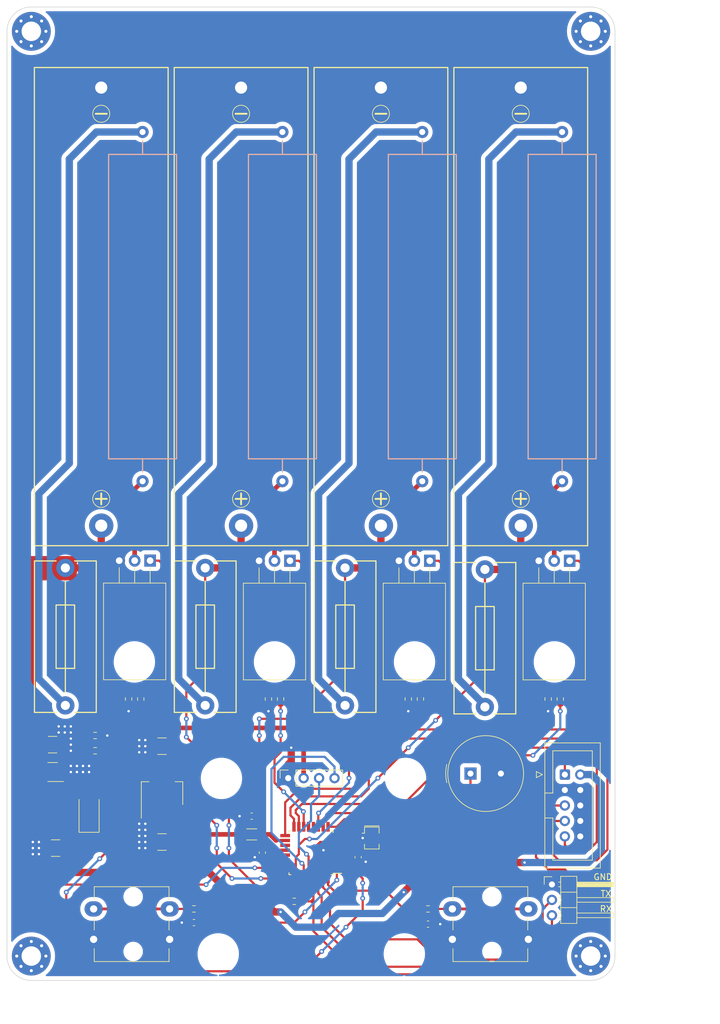
<source format=kicad_pcb>
(kicad_pcb (version 20211014) (generator pcbnew)
  (layers (0 "F.Cu" signal) (31 "B.Cu" signal) (34 "B.Paste" user) (35 "F.Paste" user) (36 "B.SilkS" user "B.Silkscreen") (37 "F.SilkS" user "F.Silkscreen") (38 "B.Mask" user) (39 "F.Mask" user) (44 "Edge.Cuts" user))
  (net 0 "")
  (net 1 "VBAT1")
  (net 2 "GND")
  (net 3 "VBAT3")
  (net 4 "VBAT2")
  (net 5 "VBAT4")
  (net 6 "+5V")
  (net 7 "RESET")
  (net 8 "+3V3")
  (net 9 "Net-(C2-Pad1)")
  (net 10 "Net-(F3-Pad1)")
  (net 11 "PB3")
  (net 12 "/L_OUT")
  (net 13 "Net-(F1-Pad1)")
  (net 14 "Net-(F2-Pad1)")
  (net 15 "/BUZZER")
  (net 16 "Net-(F4-Pad1)")
  (net 17 "Net-(Q2-Pad2)")
  (net 18 "PB5")
  (net 19 "PB4")
  (net 20 "Net-(Q1-Pad1)")
  (net 21 "Net-(Q1-Pad2)")
  (net 22 "Net-(Q2-Pad1)")
  (net 23 "/AREF")
  (net 24 "Net-(Q3-Pad1)")
  (net 25 "Net-(Q4-Pad1)")
  (net 26 "Net-(Q4-Pad2)")
  (net 27 "Net-(R7-Pad1)")
  (net 28 "Net-(R8-Pad1)")
  (net 29 "/FB")
  (net 30 "MOSFET1")
  (net 31 "Net-(U1-Pad7)")
  (net 32 "Net-(U1-Pad8)")
  (net 33 "MOSFET2")
  (net 34 "MOSFET3")
  (net 35 "MOSFET4")
  (net 38 "/TX")
  (net 39 "/RX")
  (net 43 "Net-(Q3-Pad2)")
  (net 44 "SDA")
  (net 45 "SCL")
  (net 46 "PD2{slash}INT0")
  (net 47 "PD3{slash}INT1")
  (footprint "Package_QFP:TQFP-32_7x7mm_P0.8mm" (layer "F.Cu") (at 106.25 157.75 180)
    (fp_text reference "U1" hide)
    (fp_text value "ATmega328-A")
  )
  (footprint "Resistor_SMD:R_0603_1608Metric" (layer "F.Cu") (at 103.5 165.75 180)
    (fp_text reference "R4" hide)
    (fp_text value "10k")
  )
  (footprint "Capacitor_SMD:C_0603_1608Metric" (layer "F.Cu") (at 96.5 151.75 180)
    (fp_text reference "C2" hide)
    (fp_text value "100n")
  )
  (footprint "Resistor_SMD:R_0603_1608Metric" (layer "F.Cu") (at 76.25 132.5 -90)
    (fp_text reference "R15" hide)
    (fp_text value "10k")
  )
  (footprint "Footprint:Omron_B3F-12x12mm" (layer "F.Cu") (at 70.5 167)
    (fp_text reference "SW2" hide)
    (fp_text value "SW_Push")
  )
  (footprint "Footprint:18650-holder" (layer "F.Cu") (at 71.75 68 180)
    (fp_text reference "BT1" hide)
    (fp_text value "4V2 - 18650")
  )
  (footprint "Capacitor_SMD:C_1210_3225Metric" (layer "F.Cu") (at 81.75 156 180)
    (fp_text reference "C7" hide)
    (fp_text value "10u")
  )
  (footprint "Footprint:696108003002" (layer "F.Cu") (at 111.85 122.25 180)
    (fp_text reference "F2" hide)
    (fp_text value "2A")
  )
  (footprint "Resistor_SMD:R_0603_1608Metric" (layer "F.Cu") (at 70.75 141 180)
    (fp_text reference "R9" hide)
    (fp_text value "100k")
  )
  (footprint "Buzzer_Beeper:Buzzer_TDK_PS1240P02BT_D12.2mm_H6.5mm" (layer "F.Cu") (at 132.479216 144.75)
    (fp_text reference "LS1" hide)
    (fp_text value "Buzzer")
  )
  (footprint "Package_TO_SOT_THT:TO-220-3_Horizontal_TabDown" (layer "F.Cu") (at 125.79 109.77 180)
    (fp_text reference "Q2" hide)
    (fp_text value "IRLZ44N")
  )
  (footprint "Footprint:Inductor_4mm(5x5mm pads)" (layer "F.Cu") (at 64 150.5)
    (fp_text reference "L2" hide)
    (fp_text value "4R7")
  )
  (footprint "Footprint:696108003002" (layer "F.Cu") (at 88.85 122.25 180)
    (fp_text reference "F3" hide)
    (fp_text value "2A")
  )
  (footprint "Resistor_SMD:R_0603_1608Metric" (layer "F.Cu") (at 122.25 132.5 -90)
    (fp_text reference "R16" hide)
    (fp_text value "10k")
  )
  (footprint "Resistor_SMD:R_0603_1608Metric" (layer "F.Cu") (at 70.75 138.5)
    (fp_text reference "R10" hide)
    (fp_text value "13k3")
  )
  (footprint "Capacitor_SMD:C_0603_1608Metric" (layer "F.Cu") (at 125.5 169.5)
    (fp_text reference "CD1" hide)
    (fp_text value "100n")
  )
  (footprint "Capacitor_SMD:C_0603_1608Metric" (layer "F.Cu") (at 87 169.25 180)
    (fp_text reference "CD2" hide)
    (fp_text value "100n")
  )
  (footprint "Footprint:Omron_B3F-12x12mm" (layer "F.Cu") (at 129.5 167)
    (fp_text reference "SW1" hide)
    (fp_text value "SW_Push")
  )
  (footprint "Resistor_SMD:R_0603_1608Metric" (layer "F.Cu") (at 125.5 167 180)
    (fp_text reference "R7" hide)
    (fp_text value "100")
  )
  (footprint "Package_TO_SOT_THT:TO-220-3_Horizontal_TabDown" (layer "F.Cu") (at 102.79 109.77 180)
    (fp_text reference "Q3" hide)
    (fp_text value "IRLZ44N")
  )
  (footprint "MountingHole:MountingHole_3.2mm_M3_Pad_Via" (layer "F.Cu") (at 152.25 174.75)
    (fp_text reference "H4" hide)
    (fp_text value "MountingHole")
  )
  (footprint "Resistor_SMD:R_0603_1608Metric" (layer "F.Cu") (at 101.25 132.5 90)
    (fp_text reference "R19" hide)
    (fp_text value "100")
  )
  (footprint "Resistor_SMD:R_0603_1608Metric" (layer "F.Cu") (at 87 167)
    (fp_text reference "R8" hide)
    (fp_text value "100")
  )
  (footprint "Package_TO_SOT_THT:TO-220-3_Horizontal_TabDown" (layer "F.Cu") (at 79.79 109.75 180)
    (fp_text reference "Q1" hide)
    (fp_text value "IRLZ44N")
  )
  (footprint "Capacitor_SMD:C_0603_1608Metric" (layer "F.Cu") (at 114 158.5 -90)
    (fp_text reference "C1" hide)
    (fp_text value "100n")
  )
  (footprint "Connector_IDC:IDC-Header_2x05_P2.54mm_Vertical" (layer "F.Cu") (at 147.9975 144.92)
    (fp_text reference "J1" hide)
    (fp_text value "USBasp")
  )
  (footprint "Resistor_SMD:R_0603_1608Metric" (layer "F.Cu") (at 145.25 132.5 -90)
    (fp_text reference "R22" hide)
    (fp_text value "10k")
  )
  (footprint "MountingHole:MountingHole_3.2mm_M3_Pad_Via" (layer "F.Cu") (at 152.25 22.75 90)
    (fp_text reference "H3" hide)
    (fp_text value "MountingHole")
  )
  (footprint "Capacitor_SMD:C_1210_3225Metric" (layer "F.Cu") (at 64.25 157 180)
    (fp_text reference "C6" hide)
    (fp_text value "22u / 16V")
  )
  (footprint "Resistor_SMD:R_0603_1608Metric" (layer "F.Cu") (at 78.25 132.5 90)
    (fp_text reference "R13" hide)
    (fp_text value "100")
  )
  (footprint "Package_TO_SOT_SMD:SOT-23-6" (layer "F.Cu") (at 63.75 144.5 180)
    (fp_text reference "U3" hide)
    (fp_text value "MT3608")
  )
  (footprint "Footprint:696108003002" (layer "F.Cu") (at 65.85 122.25 180)
    (fp_text reference "F1" hide)
    (fp_text value "2A")
  )
  (footprint "Footprint:18650-holder" (layer "F.Cu") (at 117.75 68 180)
    (fp_text reference "BT2" hide)
    (fp_text value "4V2 - 18650")
  )
  (footprint "Resistor_SMD:R_0603_1608Metric" (layer "F.Cu") (at 124.25 132.5 90)
    (fp_text reference "R14" hide)
    (fp_text value "100")
  )
  (footprint "Package_TO_SOT_SMD:SOT-223-3_TabPin2" (layer "F.Cu") (at 81.75 148 90)
    (fp_text reference "U2" hide)
    (fp_text value "AMS1117-3.3")
  )
  (footprint "Resistor_SMD:R_0603_1608Metric" (layer "F.Cu") (at 99.25 132.5 -90)
    (fp_text reference "R21" hide)
    (fp_text value "10k")
  )
  (footprint "Footprint:18650-holder" (layer "F.Cu") (at 94.75 68 180)
    (fp_text reference "BT3" hide)
    (fp_text value "4V2 - 18650")
  )
  (footprint "Package_TO_SOT_THT:TO-220-3_Horizontal_TabDown" (layer "F.Cu") (at 148.79 109.77 180)
    (fp_text reference "Q4" hide)
    (fp_text value "IRLZ44N")
  )
  (footprint "Footprint:OLED" (layer "F.Cu") (at 102.5 145.5 90)
    (fp_text reference "J2" hide)
    (fp_text value "OLED")
  )
  (footprint "Capacitor_SMD:C_0603_1608Metric" (layer "F.Cu") (at 98.25 157.75 -90)
    (fp_text reference "C3" hide)
    (fp_text value "100n")
  )
  (footprint "Connector_PinHeader_2.54mm:PinHeader_1x03_P2.54mm_Horizontal" (layer "F.Cu") (at 145.875 162.975)
    (fp_text reference "J3" hide)
    (fp_text value "UART")
  )
  (footprint "MountingHole:MountingHole_3.2mm_M3_Pad_Via" (layer "F.Cu") (at 60.25 174.75)
    (fp_text reference "H2" hide)
    (fp_text value "MountingHole")
  )
  (footprint "Resistor_SMD:R_0603_1608Metric" (layer "F.Cu") (at 147.25 132.5 90)
    (fp_text reference "R20" hide)
    (fp_text value "100")
  )
  (footprint "Diode_SMD:D_SMA" (layer "F.Cu") (at 69.75 151 90)
    (fp_text reference "D1" hide)
    (fp_text value "SS12")
  )
  (footprint "Capacitor_SMD:C_1210_3225Metric" (layer "F.Cu") (at 81.75 140.25 180)
    (fp_text reference "C8" hide)
    (fp_text value "10u")
  )
  (footprint "Footprint:696108003002" (layer "F.Cu") (at 134.85 122.5 180)
    (fp_text reference "F4" hide)
    (fp_text value "2A")
  )
  (footprint "Footprint:18650-holder" (layer "F.Cu") (at 140.75 68 180)
    (fp_text reference "BT4" hide)
    (fp_text value "4V2 - 18650")
  )
  (footprint "Footprint:CSTCE16M0V53-R0" (layer "F.Cu") (at 116.25 155.35 -90)
    (fp_text reference "Y1" hide)
    (fp_text value "16MHz")
  )
  (footprint "Capacitor_SMD:C_1210_3225Metric" (layer "F.Cu") (at 63.75 140)
    (fp_text reference "C5" hide)
    (fp_text value "22u / 16V")
  )
  (footprint "Inductor_SMD:L_1206_3216Metric" (layer "F.Cu") (at 96.5 154.75)
    (fp_text reference "L1" hide)
    (fp_text value "10u")
  )
  (footprint "Footprint:PRW0AWJW33JB00" (layer "B.Cu") (at 147.55 68 180)
    (fp_text reference "R18" hide)
    (fp_text value "3R3, 10W")
  )
  (footprint "Footprint:PRW0AWJW33JB00" (layer "B.Cu") (at 101.55 68 180)
    (fp_text reference "R17" hide)
    (fp_text value "3R3, 10W")
  )
  (footprint "Footprint:PRW0AWJW33JB00" (layer "B.Cu") (at 124.55 68 180)
    (fp_text reference "R12" hide)
    (fp_text value "3R3, 10W")
  )
  (footprint "Footprint:PRW0AWJW33JB00" (layer "B.Cu") (at 78.55 68 180)
    (fp_text reference "R11" hide)
    (fp_text value "3R3, 10W")
  )
  (footprint "MountingHole:MountingHole_3.2mm_M3_Pad_Via" (layer "B.Cu") (at 60.25 22.75 180)
    (fp_text reference "H1" hide)
    (fp_text value "MountingHole")
  )
  (gr_line (start 152.25 178.75) (end 60.25 178.75) (layer "Edge.Cuts") (width 0.1))
  (gr_arc (start 156.25 174.75) (mid 155.078427 177.578427) (end 152.25 178.75) (layer "Edge.Cuts") (width 0.1))
  (gr_line (start 156.25 174.75) (end 156.25 22.75) (layer "Edge.Cuts") (width 0.1))
  (gr_line (start 60.25 18.75) (end 152.25 18.75) (layer "Edge.Cuts") (width 0.1))
  (gr_arc (start 60.25 178.75) (mid 57.421573 177.578427) (end 56.25 174.75) (layer "Edge.Cuts") (width 0.1))
  (gr_line (start 56.25 22.75) (end 56.25 174.75) (layer "Edge.Cuts") (width 0.1))
  (gr_arc (start 56.25 22.75) (mid 57.421573 19.921573) (end 60.25 18.75) (layer "Edge.Cuts") (width 0.1))
  (gr_arc (start 152.25 18.75) (mid 155.078427 19.921573) (end 156.25 22.75) (layer "Edge.Cuts") (width 0.1))
  (gr_text "GND" (at 154.25 161.75) (layer "F.SilkS") (effects (font (size 1 1))))
  (gr_text "RX" (at 154.75 167) (layer "F.SilkS") (effects (font (size 1 1))))
  (gr_text "TX" (at 154.75 164.5) (layer "F.SilkS") (effects (font (size 1 1))))
  (segment (start 99.25 159.75) (end 98.75 160.25) (width 0.3556) (layer "F.Cu") (net 1))
  (segment (start 102 159.75) (end 99.25 159.75) (width 0.3556) (layer "F.Cu") (net 1))
  (segment (start 71.75 107.5) (end 71.75 104) (width 1.2) (layer "F.Cu") (net 1))
  (segment (start 58.25 160.5) (end 58.25 155.25) (width 0.3556) (layer "F.Cu") (net 1))
  (segment (start 60.75 163) (end 83 163) (width 0.3556) (layer "F.Cu") (net 1))
  (segment (start 98.75 160.25) (end 97 160.25) (width 0.3556) (layer "F.Cu") (net 1))
  (segment (start 62 153.75) (end 62 150.5) (width 0.3556) (layer "F.Cu") (net 1))
  (segment (start 59.25 154.25) (end 61.5 154.25) (width 0.3556) (layer "F.Cu") (net 1))
  (segment (start 68.3 110.95) (end 71.75 107.5) (width 1.2) (layer "F.Cu") (net 1))
  (segment (start 58.25 155.25) (end 59.25 154.25) (width 0.3556) (layer "F.Cu") (net 1))
  (segment (start 61.5 154.25) (end 62 153.75) (width 0.3556) (layer "F.Cu") (net 1))
  (segment (start 60.75 163) (end 58.25 160.5) (width 0.3556) (layer "F.Cu") (net 1))
  (segment (start 83 163) (end 89 163) (width 0.3556) (layer "F.Cu") (net 1))
  (segment (start 65.85 110.95) (end 68.3 110.95) (width 1.2) (layer "F.Cu") (net 1))
  (via (at 89 163) (size 0.8) (drill 0.4) (layers "F.Cu" "B.Cu") (net 1))
  (via (at 97 160.25) (size 0.8) (drill 0.4) (layers "F.Cu" "B.Cu") (net 1))
  (segment (start 89 163) (end 91.75 160.25) (width 0.3556) (layer "B.Cu") (net 1))
  (segment (start 97 160.25) (end 91.75 160.25) (width 0.3556) (layer "B.Cu") (net 1))
  (segment (start 122.25 133.325) (end 122.25 134.5) (width 0.762) (layer "F.Cu") (net 2))
  (segment (start 99.25 133.325) (end 99.25 134.5) (width 0.762) (layer "F.Cu") (net 2))
  (segment (start 110.5 158.95) (end 112.4 158.95) (width 0.4572) (layer "F.Cu") (net 2))
  (segment (start 102.5 145.5) (end 102.5 143.25) (width 1.2) (layer "F.Cu") (net 2))
  (segment (start 114 159.275) (end 115.225 159.275) (width 0.762) (layer "F.Cu") (net 2))
  (segment (start 95.725 151.75) (end 94.5 151.75) (width 0.762) (layer "F.Cu") (net 2))
  (segment (start 64.8875 144.5) (end 66.75 144.5) (width 0.4572) (layer "F.Cu") (net 2))
  (segment (start 112.4 158.95) (end 112.725 159.275) (width 0.4572) (layer "F.Cu") (net 2))
  (segment (start 116.25 155.35) (end 114.75 155.35) (width 0.3556) (layer "F.Cu") (net 2))
  (segment (start 98.25 158.525) (end 97.025 158.525) (width 0.762) (layer "F.Cu") (net 2))
  (segment (start 86.225 169.25) (end 85 169.25) (width 0.762) (layer "F.Cu") (net 2))
  (segment (start 145.25 133.325) (end 145.25 134.5) (width 0.762) (layer "F.Cu") (net 2))
  (segment (start 100.85 158.15) (end 102 158.15) (width 0.4572) (layer "F.Cu") (net 2))
  (segment (start 100.475 158.525) (end 100.85 158.15) (width 0.4572) (layer "F.Cu") (net 2))
  (segment (start 76.25 133.325) (end 76.25 134.5) (width 0.762) (layer "F.Cu") (net 2))
  (segment (start 114 159.275) (end 112.725 159.275) (width 0.4572) (layer "F.Cu") (net 2))
  (segment (start 126.275 169.5) (end 127.5 169.5) (width 0.762) (layer "F.Cu") (net 2))
  (segment (start 71.575 138.5) (end 72.75 138.5) (width 0.762) (layer "F.Cu") (net 2))
  (segment (start 103 140.5) (end 103 142.75) (width 1.2) (layer "F.Cu") (net 2))
  (segment (start 97.025 158.525) (end 97 158.5) (width 0.4572) (layer "F.Cu") (net 2))
  (segment (start 110.5 157.35) (end 108.3 157.35) (width 0.4572) (layer "F.Cu") (net 2))
  (segment (start 103 142.75) (end 102.5 143.25) (width 1.2) (layer "F.Cu") (net 2))
  (segment (start 98.25 158.525) (end 100.475 158.525) (width 0.4572) (layer "F.Cu") (net 2))
  (segment (start 115.225 159.275) (end 115.25 159.25) (width 0.762) (layer "F.Cu") (net 2))
  (via (at 79 153) (size 0.8) (drill 0.4) (layers "F.Cu" "B.Cu") (net 2))
  (via (at 66.75 143.5) (size 0.8) (drill 0.4) (layers "F.Cu" "B.Cu") (net 2))
  (via (at 78 140.25) (size 0.8) (drill 0.4) (layers "F.Cu" "B.Cu") (net 2))
  (via (at 76.25 134.5) (size 0.8) (drill 0.4) (layers "F.Cu" "B.Cu") (net 2))
  (via (at 68.75 143.5) (size 0.8) (drill 0.4) (layers "F.Cu" "B.Cu") (net 2))
  (via (at 78 154) (size 0.8) (drill 0.4) (layers "F.Cu" "B.Cu") (net 2))
  (via (at 127.5 169.5) (size 0.8) (drill 0.4) (layers "F.Cu" "B.Cu") (net 2))
  (via (at 67.75 143.5) (size 0.8) (drill 0.4) (layers "F.Cu" "B.Cu") (net 2))
  (via (at 79 156) (size 0.8) (drill 0.4) (layers "F.Cu" "B.Cu") (net 2))
  (via (at 79 154) (size 0.8) (drill 0.4) (layers "F.Cu" "B.Cu") (net 2))
  (via (at 94.5 151.75) (size 0.8) (drill 0.4) (layers "F.Cu" "B.Cu") (net 2))
  (via (at 66.75 140) (size 0.8) (drill 0.4) (layers "F.Cu" "B.Cu") (net 2))
  (via (at 114.75 155.35) (size 0.8) (drill 0.4) (layers "F.Cu" "B.Cu") (net 2))
  (via (at 145.25 134.5) (size 0.8) (drill 0.4) (layers "F.Cu" "B.Cu") (net 2))
  (via (at 65.75 137) (size 0.8) (drill 0.4) (layers "F.Cu" "B.Cu") (net 2))
  (via (at 79 140.25) (size 0.8) (drill 0.4) (layers "F.Cu" "B.Cu") (net 2))
  (via (at 99.25 134.5) (size 0.8) (drill 0.4) (layers "F.Cu" "B.Cu") (net 2))
  (via (at 78 155) (size 0.8) (drill 0.4) (layers "F.Cu" "B.Cu") (net 2))
  (via (at 79 139.25) (size 0.8) (drill 0.4) (layers "F.Cu" "B.Cu") (net 2))
  (via (at 60.5 156) (size 0.8) (drill 0.4) (layers "F.Cu" "B.Cu") (net 2))
  (via (at 78 157) (size 0.8) (drill 0.4) (layers "F.Cu" "B.Cu") (net 2))
  (via (at 66.75 139) (size 0.8) (drill 0.4) (layers "F.Cu" "B.Cu") (net 2))
  (via (at 64.75 138) (size 0.8) (drill 0.4) (layers "F.Cu" "B.Cu") (net 2))
  (via (at 85 169.25) (size 0.8) (drill 0.4) (layers "F.Cu" "B.Cu") (net 2))
  (via (at 97 158.5) (size 0.8) (drill 0.4) (layers "F.Cu" "B.Cu") (net 2))
  (via (at 72.75 138.5) (size 0.8) (drill 0.4) (layers "F.Cu" "B.Cu") (net 2))
  (via (at 67.75 144.5) (size 0.8) (drill 0.4) (layers "F.Cu" "B.Cu") (net 2))
  (via (at 68.75 144.5) (size 0.8) (drill 0.4) (layers "F.Cu" "B.Cu") (net 2))
  (via (at 64.75 137) (size 0.8) (drill 0.4) (layers "F.Cu" "B.Cu") (net 2))
  (via (at 61.5 158) (size 0.8) (drill 0.4) (layers "F.Cu" "B.Cu") (net 2))
  (via (at 78 153) (size 0.8) (drill 0.4) (layers "F.Cu" "B.Cu") (net 2))
  (via (at 108.3 157.35) (size 0.8) (drill 0.4) (layers "F.Cu" "B.Cu") (net 2))
  (via (at 65.75 138) (size 0.8) (drill 0.4) (layers "F.Cu" "B.Cu") (net 2))
  (via (at 60.5 157) (size 0.8) (drill 0.4) (layers "F.Cu" "B.Cu") (net 2))
  (via (at 61.5 157) (size 0.8) (drill 0.4) (layers "F.Cu" "B.Cu") (net 2))
  (via (at 122.25 134.5) (size 0.8) (drill 0.4) (layers "F.Cu" "B.Cu") (net 2))
  (via (at 79 157) (size 0.8) (drill 0.4) (layers "F.Cu" "B.Cu") (net 2))
  (via (at 66.75 137) (size 0.8) (drill 0.4) (layers "F.Cu" "B.Cu") (net 2))
  (via (at 66.75 138) (size 0.8) (drill 0.4) (layers "F.Cu" "B.Cu") (net 2))
  (via (at 78 141.25) (size 0.8) (drill 0.4) (layers "F.Cu" "B.Cu") (net 2))
  (via (at 103 140.5) (size 0.8) (drill 0.4) (layers "F.Cu" "B.Cu") (net 2))
  (via (at 115.25 159.25) (size 0.8) (drill 0.4) (layers "F.Cu" "B.Cu") (net 2))
  (via (at 61.5 156) (size 0.8) (drill 0.4) (layers "F.Cu" "B.Cu") (net 2))
  (via (at 78 156) (size 0.8) (drill 0.4) (layers "F.Cu" "B.Cu") (net 2))
  (via (at 69.75 144.5) (size 0.8) (drill 0.4) (layers "F.Cu" "B.Cu") (net 2))
  (via (at 78 139.25) (size 0.8) (drill 0.4) (layers "F.Cu" "B.Cu") (net 2))
  (via (at 79 141.25) (size 0.8) (drill 0.4) (layers "F.Cu" "B.Cu") (net 2))
  (via (at 66.75 144.5) (size 0.8) (drill 0.4) (layers "F.Cu" "B.Cu") (net 2))
  (via (at 66.75 141) (size 0.8) (drill 0.4) (layers "F.Cu" "B.Cu") (net 2))
  (via (at 69.75 143.5) (size 0.8) (drill 0.4) (layers "F.Cu" "B.Cu") (net 2))
  (via (at 60.5 158) (size 0.8) (drill 0.4) (layers "F.Cu" "B.Cu") (net 2))
  (via (at 79 155) (size 0.8) (drill 0.4) (layers "F.Cu" "B.Cu") (net 2))
  (segment (start 92.75 157) (end 92.75 158.75) (width 0.3556) (layer "F.Cu") (net 3))
  (segment (start 111.85 127.65) (end 107.5 132) (width 0.3556) (layer "F.Cu") (net 3))
  (segment (start 102.75 162) (end 103.45 162) (width 0.3556) (layer "F.Cu") (net 3))
  (segment (start 92.75 158.75) (end 96 162) (width 0.3556) (layer "F.Cu") (net 3))
  (segment (start 117.75 107.5) (end 117.75 104) (width 1.2) (layer "F.Cu") (net 3))
  (segment (start 97.75 146) (end 92.75 151) (width 0.3556) (layer "F.Cu") (net 3))
  (segment (start 103.75 135.75) (end 100.75 135.75) (width 0.3556) (layer "F.Cu") (net 3))
  (segment (start 97.75 146) (end 97.75 138.5) (width 0.3556) (layer "F.Cu") (net 3))
  (segment (start 111.85 110.95) (end 114.3 110.95) (width 1.2) (layer "F.Cu") (net 3))
  (segment (start 96 162) (end 97.5 163.5) (width 0.3556) (layer "F.Cu") (net 3))
  (segment (start 101.25 163.5) (end 102.75 162) (width 0.3556) (layer "F.Cu") (net 3))
  (segment (start 92.75 151) (end 92.75 153.25) (width 0.3556) (layer "F.Cu") (net 3))
  (segment (start 111.85 110.95) (end 111.85 127.65) (width 0.3556) (layer "F.Cu") (net 3))
  (segment (start 114.3 110.95) (end 117.75 107.5) (width 1.2) (layer "F.Cu") (net 3))
  (segment (start 100.75 135.75) (end 97.75 135.75) (width 0.3556) (layer "F.Cu") (net 3))
  (segment (start 97.5 163.5) (end 101.25 163.5) (width 0.3556) (layer "F.Cu") (net 3))
  (segment (start 107.5 132) (end 103.75 135.75) (width 0.3556) (layer "F.Cu") (net 3))
  (via (at 92.75 157) (size 0.8) (drill 0.4) (layers "F.Cu" "B.Cu") (net 3))
  (via (at 97.75 135.75) (size 0.8) (drill 0.4) (layers "F.Cu" "B.Cu") (net 3))
  (via (at 92.75 153.25) (size 0.8) (drill 0.4) (layers "F.Cu" "B.Cu") (net 3))
  (via (at 97.75 138.5) (size 0.8) (drill 0.4) (layers "F.Cu" "B.Cu") (net 3))
  (segment (start 97.75 135.75) (end 97.75 138.5) (width 0.3556) (layer "B.Cu") (net 3))
  (segment (start 92.75 153.25) (end 92.75 157) (width 0.3556) (layer "B.Cu") (net 3))
  (segment (start 101.25 162) (end 102 161.25) (width 0.3556) (layer "F.Cu") (net 4))
  (segment (start 88.85 110.95) (end 91.3 110.95) (width 1.2) (layer "F.Cu") (net 4))
  (segment (start 88.85 127.85) (end 88.85 110.95) (width 0.3556) (layer "F.Cu") (net 4))
  (segment (start 87 140) (end 87 149.5) (width 0.3556) (layer "F.Cu") (net 4))
  (segment (start 91.3 110.95) (end 94.75 107.5) (width 1.2) (layer "F.Cu") (net 4))
  (segment (start 90.75 159.5) (end 93.25 162) (width 0.3556) (layer "F.Cu") (net 4))
  (segment (start 90.75 157) (end 90.75 159.5) (width 0.3556) (layer "F.Cu") (net 4))
  (segment (start 98 162) (end 101.25 162) (width 0.3556) (layer "F.Cu") (net 4))
  (segment (start 94.75 107.5) (end 94.75 104) (width 1.2) (layer "F.Cu") (net 4))
  (segment (start 87 149.5) (end 90.75 153.25) (width 0.3556) (layer "F.Cu") (net 4))
  (segment (start 88.85 127.85) (end 86.2 130.5) (width 0.3556) (layer "F.Cu") (net 4))
  (segment (start 85.75 130.95) (end 85.75 135.75) (width 0.3556) (layer "F.Cu") (net 4))
  (segment (start 85.75 138.75) (end 87 140) (width 0.3556) (layer "F.Cu") (net 4))
  (segment (start 86.2 130.5) (end 85.75 130.95) (width 0.3556) (layer "F.Cu") (net 4))
  (segment (start 102 161.25) (end 102 160.55) (width 0.3556) (layer "F.Cu") (net 4))
  (via (at 85.75 138.75) (size 0.8) (drill 0.4) (layers "F.Cu" "B.Cu") (net 4))
  (via (at 90.75 157) (size 0.8) (drill 0.4) (layers "F.Cu" "B.Cu") (net 4))
  (via (at 93.25 162) (size 0.8) (drill 0.4) (layers "F.Cu" "B.Cu") (net 4))
  (via (at 98 162) (size 0.8) (drill 0.4) (layers "F.Cu" "B.Cu") (net 4))
  (via (at 85.75 135.75) (size 0.8) (drill 0.4) (layers "F.Cu" "B.Cu") (net 4))
  (via (at 90.75 153.25) (size 0.8) (drill 0.4) (layers "F.Cu" "B.Cu") (net 4))
  (segment (start 90.75 153.25) (end 90.75 157) (width 0.3556) (layer "B.Cu") (net 4))
  (segment (start 96.25 162) (end 98 162) (width 0.3556) (layer "B.Cu") (net 4))
  (segment (start 96.25 162) (end 93.25 162) (width 0.3556) (layer "B.Cu") (net 4))
  (segment (start 85.75 135.75) (end 85.75 138.75) (width 0.3556) (layer "B.Cu") (net 4))
  (segment (start 104.25 162) (end 104.25 160.75) (width 0.3556) (layer "F.Cu") (net 5))
  (segment (start 104.25 156.5) (end 105.25 155.5) (width 0.3556) (layer "F.Cu") (net 5))
  (segment (start 134.85 111.2) (end 134.85 127.9) (width 0.3556) (layer "F.Cu") (net 5))
  (segment (start 105.25 155.5) (end 106 155.5) (width 0.3556) (layer "F.Cu") (net 5))
  (segment (start 104.25 158) (end 104.25 156.5) (width 0.3556) (layer "F.Cu") (net 5))
  (segment (start 103.75 158.5) (end 104.25 158) (width 0.3556) (layer "F.Cu") (net 5))
  (segment (start 134.85 127.9) (end 130 132.75) (width 0.3556) (layer "F.Cu") (net 5))
  (segment (start 104.25 160.75) (end 103.75 160.25) (width 0.3556) (layer "F.Cu") (net 5))
  (segment (start 137.55 111.2) (end 140.75 108) (width 1.2) (layer "F.Cu") (net 5))
  (segment (start 140.75 108) (end 140.75 104) (width 1.2) (layer "F.Cu") (net 5))
  (segment (start 122.25 140.5) (end 117.25 145.5) (width 0.3556) (layer "F.Cu") (net 5))
  (segment (start 134.85 111.2) (end 137.55 111.2) (width 1.2) (layer "F.Cu") (net 5))
  (segment (start 103.75 160.25) (end 103.75 158.5) (width 0.3556) (layer "F.Cu") (net 5))
  (segment (start 130 132.75) (end 126.75 136) (width 0.3556) (layer "F.Cu") (net 5))
  (via (at 122.25 140.5) (size 0.8) (drill 0.4) (layers "F.Cu" "B.Cu") (net 5))
  (via (at 126.75 136) (size 0.8) (drill 0.4) (layers "F.Cu" "B.Cu") (net 5))
  (via (at 117.25 145.5) (size 0.8) (drill 0.4) (layers "F.Cu" "B.Cu") (net 5))
  (via (at 106 155.5) (size 0.8) (drill 0.4) (layers "F.Cu" "B.Cu") (net 5))
  (segment (start 117.25 145.5) (end 107.5 155.25) (width 0.3556) (layer "B.Cu") (net 5))
  (segment (start 107.25 155.5) (end 107.5 155.25) (width 0.3556) (layer "B.Cu") (net 5))
  (segment (start 126.75 136) (end 122.25 140.5) (width 0.3556) (layer "B.Cu") (net 5))
  (segment (start 106 155.5) (end 107.25 155.5) (width 0.3556) (layer "B.Cu") (net 5))
  (segment (start 100 166.25) (end 100 166.75) (width 0.4572) (layer "F.Cu") (net 6))
  (segment (start 122.5 162) (end 122.625 162.125) (width 0.762) (layer "F.Cu") (net 6))
  (segment (start 84.25 161) (end 86.5 161) (width 1.2) (layer "F.Cu") (net 6))
  (segment (start 107.25 156.5) (end 107.75 156) (width 0.3556) (layer "F.Cu") (net 6))
  (segment (start 100 166.75) (end 99.25 167.5) (width 0.4572) (layer "F.Cu") (net 6))
  (segment (start 87.25 161) (end 88 161) (width 1.2) (layer "F.Cu") (net 6))
  (segment (start 83.225 159.775) (end 83.225 160.025) (width 1.2) (layer "F.Cu") (net 6))
  (segment (start 108.75 158.5) (end 107.75 158.5) (width 0.3556) (layer "F.Cu") (net 6))
  (segment (start 83.225 159.775) (end 83.225 160.475) (width 1.2) (layer "F.Cu") (net 6))
  (segment (start 94.75 166.25) (end 96 167.5) (width 1.2) (layer "F.Cu") (net 6))
  (segment (start 87.25 156.25) (end 87.25 159.75) (width 0.762) (layer "F.Cu") (net 6))
  (segment (start 114 157.725) (end 114.975 157.725) (width 0.762) (layer "F.Cu") (net 6))
  (segment (start 86.5 161) (end 87.25 161) (width 1.2) (layer "F.Cu") (net 6))
  (segment (start 118.5 158) (end 122.5 162) (width 0.762) (layer "F.Cu") (net 6))
  (segment (start 115.25 158) (end 118.5 158) (width 0.762) (layer "F.Cu") (net 6))
  (segment (start 141.375 159.375) (end 126.375 159.375) (width 1.2) (layer "F.Cu") (net 6))
  (segment (start 123.625 162.125) (end 123.125 162.625) (width 1.2) (layer "F.Cu") (net 6))
  (segment (start 71.575 141) (end 72.5 141) (width 0.762) (layer "F.Cu") (net 6))
  (segment (start 88.75 154.75) (end 87.25 156.25) (width 0.762) (layer "F.Cu") (net 6))
  (segment (start 83.225 160.025) (end 82.25 161) (width 1.2) (layer "F.Cu") (net 6))
  (segment (start 122.625 162.125) (end 122.625 163.125) (width 0.762) (layer "F.Cu") (net 6))
  (segment (start 87.25 159.75) (end 87.25 161) (width 0.762) (layer "F.Cu") (net 6))
  (segment (start 83.225 159.775) (end 83.225 159.975) (width 1.2) (layer "F.Cu") (net 6))
  (segment (start 112.3 158.15) (end 112.725 157.725) (width 0.4572) (layer "F.Cu") (net 6))
  (segment (start 100 167.5) (end 101.25 167.5) (width 1.2) (layer "F.Cu") (net 6))
  (segment (start 96 167.5) (end 99.25 167.5) (width 1.2) (layer "F.Cu") (net 6))
  (segment (start 110.5 158.15) (end 109.1 158.15) (width 0.3556) (layer "F.Cu") (net 6))
  (segment (start 87.25 160.25) (end 86.5 161) (width 0.762) (layer "F.Cu") (net 6))
  (segment (start 109.05 156.55) (end 110.5 156.55) (width 0.3556) (layer "F.Cu") (net 6))
  (segment (start 122.625 162.125) (end 123.625 162.125) (width 0.762) (layer "F.Cu") (net 6))
  (segment (start 81.75 161) (end 82.25 161) (width 1.2) (layer "F.Cu") (net 6))
  (segment (start 87.25 160.25) (end 88 161) (width 0.762) (layer "F.Cu") (net 6))
  (segment (start 109.1 158.15) (end 108.75 158.5) (width 0.3556) (layer "F.Cu") (net 6))
  (segment (start 83.225 156) (end 83.225 159.775) (width 1.2) (layer "F.Cu") (net 6))
  (segment (start 100.5 165.75) (end 100 166.25) (width 0.4572) (layer "F.Cu") (net 6))
  (segment (start 83.225 159.975) (end 84.25 161) (width 1.2) (layer "F.Cu") (net 6))
  (segment (start 122.625 163.125) (end 121.5 164.25) (width 1.2) (layer "F.Cu") (net 6))
  (segment (start 72.5 141) (end 73 141.5) (width 0.762) (layer "F.Cu") (net 6))
  (segment (start 72.25 153) (end 69.75 153) (width 0.762) (layer "F.Cu") (net 6))
  (segment (start 110.5 158.15) (end 112.3 158.15) (width 0.4572) (layer "F.Cu") (net 6))
  (segment (start 102.675 165.75) (end 100.5 165.75) (width 0.4572) (layer "F.Cu") (net 6))
  (segment (start 108.5 156) (end 109.05 156.55) (width 0.3556) (layer "F.Cu") (net 6))
  (segment (start 83.75 161) (end 84.25 161) (width 1.2) (layer "F.Cu") (net 6))
  (segment (start 100 166.75) (end 100.75 167.5) (width 0.4572) (layer "F.Cu") (net 6))
  (segment (start 123.125 162.625) (end 122.625 163.125) (width 1.2) (layer "F.Cu") (net 6))
  (segment (start 65.725 159.725) (end 67 161) (width 1.2) (layer "F.Cu") (net 6))
  (segment (start 82.25 161) (end 83.75 161) (width 1.2) (layer "F.Cu") (net 6))
  (segment (start 67 161) (end 81.75 161) (width 1.2) (layer "F.Cu") (net 6))
  (segment (start 88 161) (end 89.5 161) (width 1.2) (layer "F.Cu") (net 6))
  (segment (start 107.25 158) (end 107.25 156.5) (width 0.3556) (layer "F.Cu") (net 6))
  (segment (start 89.5 161) (end 94.75 166.25) (width 1.2) (layer "F.Cu") (net 6))
  (segment (start 73 152.25) (end 72.25 153) (width 0.762) (layer "F.Cu") (net 6))
  (segment (start 87.25 159.75) (end 87.25 160.25) (width 0.762) (layer "F.Cu") (net 6))
  (segment (start 99.25 167.5) (end 100 167.5) (width 1.2) (layer "F.Cu") (net 6))
  (segment (start 94.925 154.75) (end 88.75 154.75) (width 0.762) (layer "F.Cu") (net 6))
  (segment (start 83.225 160.475) (end 83.75 161) (width 1.2) (layer "F.Cu") (net 6))
  (segment (start 114.975 157.725) (end 115.25 158) (width 0.762) (layer "F.Cu") (net 6))
  (segment (start 65.725 157) (end 65.725 159.725) (width 1.2) (layer "F.Cu") (net 6))
  (segment (start 73 141.5) (end 73 152.25) (width 0.762) (layer "F.Cu") (net 6))
  (segment (start 100 166.75) (end 100 167.5) (width 0.4572) (layer "F.Cu") (net 6))
  (segment (start 114 157.725) (end 112.725 157.725) (width 0.4572) (layer "F.Cu") (net 6))
  (segment (start 107.75 156) (end 108.5 156) (width 0.3556) (layer "F.Cu") (net 6))
  (segment (start 126.375 159.375) (end 123.625 162.125) (width 1.2) (layer "F.Cu") (net 6))
  (segment (start 107.75 158.5) (end 107.25 158) (width 0.3556) (layer "F.Cu") (net 6))
  (segment (start 122.5 162) (end 123.125 162.625) (width 0.762) (layer "F.Cu") (net 6))
  (segment (start 100.75 167.5) (end 101.25 167.5) (width 0.4572) (layer "F.Cu") (net 6))
  (via (at 101.25 167.5) (size 0.8) (drill 0.4) (layers "F.Cu" "B.Cu") (net 6))
  (via (at 121.5 164.25) (size 0.8) (drill 0.4) (layers "F.Cu" "B.Cu") (net 6))
  (via (at 141.375 159.375) (size 0.8) (drill 0.4) (layers "F.Cu" "B.Cu") (net 6))
  (segment (start 151.875 159.375) (end 141.375 159.375) (width 1.2) (layer "B.Cu") (net 6))
  (segment (start 118 167.75) (end 117 167.75) (width 1.2) (layer "B.Cu") (net 6))
  (segment (start 150.5375 144.92) (end 152.42 144.92) (width 1.2) (layer "B.Cu") (net 6))
  (segment (start 101.25 167.5) (end 103.75 170) (width 1.2) (layer "B.Cu") (net 6))
  (segment (start 154 157.25) (end 151.875 159.375) (width 1.2) (layer "B.Cu") (net 6))
  (segment (start 152.42 144.92) (end 154 146.5) (width 1.2) (layer "B.Cu") (net 6))
  (segment (start 108.5 170) (end 110.75 167.75) (width 1.2) (layer "B.Cu") (net 6))
  (segment (start 154 146.5) (end 154 157.25) (width 1.2) (layer "B.Cu") (net 6))
  (segment (start 110.75 167.75) (end 117 167.75) (width 1.2) (layer "B.Cu") (net 6))
  (segment (start 121.5 164.25) (end 118 167.75) (width 1.2) (layer "B.Cu") (net 6))
  (segment (start 103.75 170) (end 108.5 170) (width 1.2) (layer "B.Cu") (net 6))
  (segment (start 145 150) (end 147.9975 150) (width 0.3556) (layer "F.Cu") (net 7))
  (segment (start 106.65 170.65) (end 113.75 177.75) (width 0.3556) (layer "F.Cu") (net 7))
  (segment (start 143.25 158.5) (end 143.25 151.75) (width 0.3556) (layer "F.Cu") (net 7))
  (segment (start 106.65 162) (end 106.65 165.4) (width 0.3556) (layer "F.Cu") (net 7))
  (segment (start 143.25 151.75) (end 145 150) (width 0.3556) (layer "F.Cu") (net 7))
  (segment (start 106.6 165.4) (end 106.65 165.4) (width 0.3556) (layer "F.Cu") (net 7))
  (segment (start 149.25 161.75) (end 148 160.5) (width 0.3556) (layer "F.Cu") (net 7))
  (segment (start 104.325 165.75) (end 106.25 165.75) (width 0.3556) (layer "F.Cu") (net 7))
  (segment (start 147.5 176.25) (end 147.5 170.5) (width 0.3556) (layer "F.Cu") (net 7))
  (segment (start 106.25 165.75) (end 106.65 166.15) (width 0.3556) (layer "F.Cu") (net 7))
  (segment (start 146 177.75) (end 147.5 176.25) (width 0.3556) (layer "F.Cu") (net 7))
  (segment (start 106.25 165.75) (end 106.6 165.4) (width 0.3556) (layer "F.Cu") (net 7))
  (segment (start 106.65 170.65) (end 106.65 166.15) (width 0.3556) (layer "F.Cu") (net 7))
  (segment (start 106.25 165.75) (end 106.55 165.75) (width 0.3556) (layer "F.Cu") (net 7))
  (segment (start 147.5 170.5) (end 149.25 168.75) (width 0.3556) (layer "F.Cu") (net 7))
  (segment (start 106.65 165.4) (end 106.65 165.85) (width 0.3556) (layer "F.Cu") (net 7))
  (segment (start 145.25 160.5) (end 143.25 158.5) (width 0.3556) (layer "F.Cu") (net 7))
  (segment (start 106.55 165.75) (end 106.65 165.85) (width 0.3556) (layer "F.Cu") (net 7))
  (segment (start 148 160.5) (end 145.25 160.5) (width 0.3556) (layer "F.Cu") (net 7))
  (segment (start 106.65 165.85) (end 106.65 166.15) (width 0.3556) (layer "F.Cu") (net 7))
  (segment (start 113.75 177.75) (end 146 177.75) (width 0.3556) (layer "F.Cu") (net 7))
  (segment (start 149.25 168.75) (end 149.25 161.75) (width 0.3556) (layer "F.Cu") (net 7))
  (segment (start 83.225 138.025) (end 83.225 140.25) (width 0.762) (layer "F.Cu") (net 8))
  (segment (start 105.04 145.4095) (end 105.04 138.79) (width 0.762) (layer "F.Cu") (net 8))
  (segment (start 103.5 137.25) (end 84 137.25) (width 0.762) (layer "F.Cu") (net 8))
  (segment (start 84 137.25) (end 83.225 138.025) (width 0.762) (layer "F.Cu") (net 8))
  (segment (start 105.04 138.79) (end 103.5 137.25) (width 0.762) (layer "F.Cu") (net 8))
  (segment (start 98.075 154.75) (end 99.5 154.75) (width 0.762) (layer "F.Cu") (net 9))
  (segment (start 98.075 154.75) (end 98.075 153.425) (width 0.762) (layer "F.Cu") (net 9))
  (segment (start 99.5 154.75) (end 100.5 155.75) (width 0.762) (layer "F.Cu") (net 9))
  (segment (start 97.275 152.625) (end 98.075 153.425) (width 0.762) (layer "F.Cu") (net 9))
  (segment (start 97.275 151.75) (end 97.275 152.625) (width 0.762) (layer "F.Cu") (net 9))
  (segment (start 100.5 155.75) (end 102 155.75) (width 0.4572) (layer "F.Cu") (net 9))
  (segment (start 93.952 39.298) (end 89.5 43.75) (width 1.2) (layer "B.Cu") (net 10))
  (segment (start 89.5 43.75) (end 89.5 93.75) (width 1.2) (layer "B.Cu") (net 10))
  (segment (start 84.5 129.2) (end 88.85 133.55) (width 1.2) (layer "B.Cu") (net 10))
  (segment (start 101.55 39.298) (end 93.952 39.298) (width 1.2) (layer "B.Cu") (net 10))
  (segment (start 84.5 98.75) (end 84.5 129.2) (width 1.2) (layer "B.Cu") (net 10))
  (segment (start 89.5 93.75) (end 84.5 98.75) (width 1.2) (layer "B.Cu") (net 10))
  (segment (start 104.75 149.75) (end 121.5 149.75) (width 0.3556) (layer "F.Cu") (net 11))
  (segment (start 104.25 153.5) (end 104.25 151.75) (width 0.3556) (layer "F.Cu") (net 11))
  (segment (start 130.75 140.5) (end 145.25 140.5) (width 0.3556) (layer "F.Cu") (net 11))
  (segment (start 103.75 150.75) (end 104.75 149.75) (width 0.3556) (layer "F.Cu") (net 11))
  (segment (start 104.25 151.75) (end 103.75 151.25) (width 0.3556) (layer "F.Cu") (net 11))
  (segment (start 121.5 149.75) (end 130.75 140.5) (width 0.3556) (layer "F.Cu") (net 11))
  (segment (start 147.9975 143.2475) (end 147.9975 144.92) (width 0.3556) (layer "F.Cu") (net 11))
  (segment (start 103.75 151.25) (end 103.75 150.75) (width 0.3556) (layer "F.Cu") (net 11))
  (segment (start 145.25 140.5) (end 147.9975 143.2475) (width 0.3556) (layer "F.Cu") (net 11))
  (segment (start 78.549 39.298) (end 70.951 39.298) (width 1.2) (layer "B.Cu") (net 13))
  (segment (start 66.499 93.75) (end 61.499 98.75) (width 1.2) (layer "B.Cu") (net 13))
  (segment (start 61.499 98.75) (end 61.499 129.2) (width 1.2) (layer "B.Cu") (net 13))
  (segment (start 70.951 39.298) (end 66.499 43.75) (width 1.2) (layer "B.Cu") (net 13))
  (segment (start 61.499 129.2) (end 65.849 133.55) (width 1.2) (layer "B.Cu") (net 13))
  (segment (start 66.499 43.75) (end 66.499 93.75) (width 1.2) (layer "B.Cu") (net 13))
  (segment (start 107.499 129.2) (end 111.849 133.55) (width 1.2) (layer "B.Cu") (net 14))
  (segment (start 112.499 93.75) (end 107.499 98.75) (width 1.2) (layer "B.Cu") (net 14))
  (segment (start 116.951 39.298) (end 112.499 43.75) (width 1.2) (layer "B.Cu") (net 14))
  (segment (start 107.499 98.75) (end 107.499 129.2) (width 1.2) (layer "B.Cu") (net 14))
  (segment (start 112.499 43.75) (end 112.499 93.75) (width 1.2) (layer "B.Cu") (net 14))
  (segment (start 124.549 39.298) (end 116.951 39.298) (width 1.2) (layer "B.Cu") (net 14))
  (segment (start 111.75 152.25) (end 127 152.25) (width 0.3556) (layer "F.Cu") (net 15))
  (segment (start 110.5 153.5) (end 111.75 152.25) (width 0.3556) (layer "F.Cu") (net 15))
  (segment (start 132.479216 146.770784) (end 132.479216 144.75) (width 0.3556) (layer "F.Cu") (net 15))
  (segment (start 109.05 153.5) (end 110.5 153.5) (width 0.3556) (layer "F.Cu") (net 15))
  (segment (start 127 152.25) (end 132.479216 146.770784) (width 0.3556) (layer "F.Cu") (net 15))
  (segment (start 139.951 39.298) (end 135.499 43.75) (width 1.2) (layer "B.Cu") (net 16))
  (segment (start 135.499 93.75) (end 130.499 98.75) (width 1.2) (layer "B.Cu") (net 16))
  (segment (start 147.549 39.298) (end 139.951 39.298) (width 1.2) (layer "B.Cu") (net 16))
  (segment (start 135.499 43.75) (end 135.499 93.75) (width 1.2) (layer "B.Cu") (net 16))
  (segment (start 130.499 98.75) (end 130.499 129.2) (width 1.2) (layer "B.Cu") (net 16))
  (segment (start 130.499 129.2) (end 134.849 133.55) (width 1.2) (layer "B.Cu") (net 16))
  (segment (start 123.25 109.77) (end 123.25 98.002) (width 0.762) (layer "F.Cu") (net 17))
  (segment (start 123.25 98.002) (end 124.55 96.702) (width 0.762) (layer "F.Cu") (net 17))
  (segment (start 153.25 159) (end 155 157.25) (width 0.3556) (layer "F.Cu") (net 18))
  (segment (start 147.9975 152.54) (end 146.46 152.54) (width 0.3556) (layer "F.Cu") (net 18))
  (segment (start 102 149.5) (end 102 154.95) (width 0.3556) (layer "F.Cu") (net 18))
  (segment (start 155 140.5) (end 152 137.5) (width 0.3556) (layer "F.Cu") (net 18))
  (segment (start 114.25 143.25) (end 114.25 146.25) (width 0.3556) (layer "F.Cu") (net 18))
  (segment (start 120 137.5) (end 114.25 143.25) (width 0.3556) (layer "F.Cu") (net 18))
  (segment (start 114.25 146.25) (end 113.25 147.25) (width 0.3556) (layer "F.Cu") (net 18))
  (segment (start 104.25 147.25) (end 102 149.5) (width 0.3556) (layer "F.Cu") (net 18))
  (segment (start 113.25 147.25) (end 104.25 147.25) (width 0.3556) (layer "F.Cu") (net 18))
  (segment (start 145.5 153.5) (end 145.5 157.5) (width 0.3556) (layer "F.Cu") (net 18))
  (segment (start 152 137.5) (end 120 137.5) (width 0.3556) (layer "F.Cu") (net 18))
  (segment (start 155 157.25) (end 155 140.5) (width 0.3556) (layer "F.Cu") (net 18))
  (segment (start 146.46 152.54) (end 145.5 153.5) (width 0.3556) (layer "F.Cu") (net 18))
  (segment (start 145.5 157.5) (end 147 159) (width 0.3556) (layer "F.Cu") (net 18))
  (segment (start 147 159) (end 153.25 159) (width 0.3556) (layer "F.Cu") (net 18))
  (segment (start 149.25 139) (end 121.25 139) (width 0.3556) (layer "F.Cu") (net 19))
  (segment (start 153.25 143) (end 149.25 139) (width 0.3556) (layer "F.Cu") (net 19))
  (segment (start 115.75 147.25) (end 114.5 148.5) (width 0.3556) (layer "F.Cu") (net 19))
  (segment (start 115.75 144.5) (end 115.75 147.25) (width 0.3556) (layer "F.Cu") (net 19))
  (segment (start 153.25 156) (end 153.25 143) (width 0.3556) (layer "F.Cu") (net 19))
  (segment (start 152 157.25) (end 153.25 156) (width 0.3556) (layer "F.Cu") (net 19))
  (segment (start 102.875 150.375) (end 102.875 151.625) (width 0.3556) (layer "F.Cu") (net 19))
  (segment (start 147.9975 155.08) (end 147.9975 156.4975) (width 0.3556) (layer "F.Cu") (net 19))
  (segment (start 104.75 148.5) (end 102.875 150.375) (width 0.3556) (layer "F.Cu") (net 19))
  (segment (start 114.5 148.5) (end 104.75 148.5) (width 0.3556) (layer "F.Cu") (net 19))
  (segment (start 121.25 139) (end 115.75 144.5) (width 0.3556) (layer "F.Cu") (net 19))
  (segment (start 147.9975 156.4975) (end 148.75 157.25) (width 0.3556) (layer "F.Cu") (net 19))
  (segment (start 102.875 151.625) (end 103.45 152.2) (width 0.3556) (layer "F.Cu") (net 19))
  (segment (start 103.45 152.2) (end 103.45 153.5) (width 0.3556) (layer "F.Cu") (net 19))
  (segment (start 148.75 157.25) (end 152 157.25) (width 0.3556) (layer "F.Cu") (net 19))
  (segment (start 76.75 130.25) (end 77.75 130.25) (width 0.3556) (layer "F.Cu") (net 20))
  (segment (start 78.25 130.25) (end 78.75 130.25) (width 0.3556) (layer "F.Cu") (net 20))
  (segment (start 76.25 131.675) (end 76.25 130.75) (width 0.3556) (layer "F.Cu") (net 20))
  (segment (start 82.25 130.25) (end 78.75 130.25) (width 0.3556) (layer "F.Cu") (net 20))
  (segment (start 81.25 109.75) (end 83 111.5) (width 0.3556) (layer "F.Cu") (net 20))
  (segment (start 78.25 130.75) (end 78.25 130.25) (width 0.3556) (layer "F.Cu") (net 20))
  (segment (start 83 129.5) (end 82.25 130.25) (width 0.3556) (layer "F.Cu") (net 20))
  (segment (start 78.25 130.75) (end 77.75 130.25) (width 0.3556) (layer "F.Cu") (net 20))
  (segment (start 77.75 130.25) (end 78.25 130.25) (width 0.3556) (layer "F.Cu") (net 20))
  (segment (start 76.25 130.75) (end 76.75 130.25) (width 0.3556) (layer "F.Cu") (net 20))
  (segment (start 83 111.5) (end 83 129.5) (width 0.3556) (layer "F.Cu") (net 20))
  (segment (start 78.25 130.75) (end 78.75 130.25) (width 0.3556) (layer "F.Cu") (net 20))
  (segment (start 78.25 131.675) (end 78.25 130.75) (width 0.3556) (layer "F.Cu") (net 20))
  (segment (start 79.79 109.75) (end 81.25 109.75) (width 0.3556) (layer "F.Cu") (net 20))
  (segment (start 77.25 98.002) (end 78.55 96.702) (width 0.762) (layer "F.Cu") (net 21))
  (segment (start 77.25 109.75) (end 77.25 98.002) (width 0.762) (layer "F.Cu") (net 21))
  (segment (start 129 129.52) (end 128.25 130.27) (width 0.3556) (layer "F.Cu") (net 22))
  (segment (start 122.25 130.77) (end 122.75 130.27) (width 0.3556) (layer "F.Cu") (net 22))
  (segment (start 128.25 130.27) (end 124.75 130.27) (width 0.3556) (layer "F.Cu") (net 22))
  (segment (start 129 111.52) (end 129 129.52) (width 0.3556) (layer "F.Cu") (net 22))
  (segment (start 122.75 130.27) (end 123.75 130.27) (width 0.3556) (layer "F.Cu") (net 22))
  (segment (start 123.75 130.27) (end 124.25 130.27) (width 0.3556) (layer "F.Cu") (net 22))
  (segment (start 125.79 109.77) (end 127.25 109.77) (width 0.3556) (layer "F.Cu") (net 22))
  (segment (start 127.25 109.77) (end 129 111.52) (width 0.3556) (layer "F.Cu") (net 22))
  (segment (start 124.25 130.27) (end 124.75 130.27) (width 0.3556) (layer "F.Cu") (net 22))
  (segment (start 124.25 130.77) (end 124.75 130.27) (width 0.3556) (layer "F.Cu") (net 22))
  (segment (start 124.25 130.77) (end 123.75 130.27) (width 0.3556) (layer "F.Cu") (net 22))
  (segment (start 124.25 130.77) (end 124.25 130.27) (width 0.3556) (layer "F.Cu") (net 22))
  (segment (start 122.25 131.695) (end 122.25 130.77) (width 0.3556) (layer "F.Cu") (net 22))
  (segment (start 124.25 131.695) (end 124.25 130.77) (width 0.3556) (layer "F.Cu") (net 22))
  (segment (start 100.475 156.975) (end 100.85 157.35) (width 0.4572) (layer "F.Cu") (net 23))
  (segment (start 100.85 157.35) (end 102 157.35) (width 0.4572) (layer "F.Cu") (net 23))
  (segment (start 98.25 156.975) (end 100.475 156.975) (width 0.4572) (layer "F.Cu") (net 23))
  (segment (start 102.79 109.77) (end 104.25 109.77) (width 0.3556) (layer "F.Cu") (net 24))
  (segment (start 101.25 131.695) (end 101.25 130.77) (width 0.3556) (layer "F.Cu") (net 24))
  (segment (start 104.25 109.77) (end 106 111.52) (width 0.3556) (layer "F.Cu") (net 24))
  (segment (start 99.75 130.27) (end 100.75 130.27) (width 0.3556) (layer "F.Cu") (net 24))
  (segment (start 106 111.52) (end 106 129.52) (width 0.3556) (layer "F.Cu") (net 24))
  (segment (start 106 129.52) (end 105.25 130.27) (width 0.3556) (layer "F.Cu") (net 24))
  (segment (start 99.25 131.695) (end 99.25 130.77) (width 0.3556) (layer "F.Cu") (net 24))
  (segment (start 100.75 130.27) (end 101.25 130.27) (width 0.3556) (layer "F.Cu") (net 24))
  (segment (start 101.25 130.27) (end 101.75 130.27) (width 0.3556) (layer "F.Cu") (net 24))
  (segment (start 101.25 130.77) (end 101.75 130.27) (width 0.3556) (layer "F.Cu") (net 24))
  (segment (start 99.25 130.77) (end 99.75 130.27) (width 0.3556) (layer "F.Cu") (net 24))
  (segment (start 101.25 130.77) (end 100.75 130.27) (width 0.3556) (layer "F.Cu") (net 24))
  (segment (start 101.25 130.77) (end 101.25 130.27) (width 0.3556) (layer "F.Cu") (net 24))
  (segment (start 105.25 130.27) (end 101.75 130.27) (width 0.3556) (layer "F.Cu") (net 24))
  (segment (start 146.75 130.27) (end 147.25 130.27) (width 0.3556) (layer "F.Cu") (net 25))
  (segment (start 152 129.52) (end 151.25 130.27) (width 0.3556) (layer "F.Cu") (net 25))
  (segment (start 145.25 130.77) (end 145.75 130.27) (width 0.3556) (layer "F.Cu") (net 25))
  (segment (start 151.25 130.27) (end 147.75 130.27) (width 0.3556) (layer "F.Cu") (net 25))
  (segment (start 147.25 130.27) (end 147.75 130.27) (width 0.3556) (layer "F.Cu") (net 25))
  (segment (start 145.25 131.695) (end 145.25 130.77) (width 0.3556) (layer "F.Cu") (net 25))
  (segment (start 147.25 130.77) (end 146.75 130.27) (width 0.3556) (layer "F.Cu") (net 25))
  (segment (start 147.25 131.695) (end 147.25 130.77) (width 0.3556) (layer "F.Cu") (net 25))
  (segment (start 147.25 130.77) (end 147.25 130.27) (width 0.3556) (layer "F.Cu") (net 25))
  (segment (start 147.25 130.77) (end 147.75 130.27) (width 0.3556) (layer "F.Cu") (net 25))
  (segment (start 152 111.52) (end 152 129.52) (width 0.3556) (layer "F.Cu") (net 25))
  (segment (start 150.25 109.77) (end 152 111.52) (width 0.3556) (layer "F.Cu") (net 25))
  (segment (start 148.79 109.77) (end 150.25 109.77) (width 0.3556) (layer "F.Cu") (net 25))
  (segment (start 145.75 130.27) (end 146.75 130.27) (width 0.3556) (layer "F.Cu") (net 25))
  (segment (start 146.25 109.77) (end 146.25 98.002) (width 0.762) (layer "F.Cu") (net 26))
  (segment (start 146.25 98.002) (end 147.55 96.702) (width 0.762) (layer "F.Cu") (net 26))
  (segment (start 129.75 167) (end 142.25 167) (width 0.4572) (layer "F.Cu") (net 27))
  (segment (start 126.325 167) (end 129.5 167) (width 0.3556) (layer "F.Cu") (net 27))
  (segment (start 83 167) (end 86.175 167) (width 0.3556) (layer "F.Cu") (net 28))
  (segment (start 70.5 167) (end 83 167) (width 0.4572) (layer "F.Cu") (net 28))
  (segment (start 68.5 141) (end 68.25 141) (width 0.3556) (layer "F.Cu") (net 29))
  (segment (start 68.25 141.5) (end 68.25 141.25) (width 0.3556) (layer "F.Cu") (net 29))
  (segment (start 65.25 142.25) (end 67.5 142.25) (width 0.3556) (layer "F.Cu") (net 29))
  (segment (start 68.25 140.75) (end 68.25 139) (width 0.3556) (layer "F.Cu") (net 29))
  (segment (start 69.925 138.5) (end 68.75 138.5) (width 0.3556) (layer "F.Cu") (net 29))
  (segment (start 64.8875 143.55) (end 64.8875 142.6125) (width 0.3556) (layer "F.Cu") (net 29))
  (segment (start 69.925 141) (end 68.5 141) (width 0.3556) (layer "F.Cu") (net 29))
  (segment (start 68.75 138.5) (end 68.25 139) (width 0.3556) (layer "F.Cu") (net 29))
  (segment (start 68.5 141) (end 68.25 140.75) (width 0.3556) (layer "F.Cu") (net 29))
  (segment (start 64.8875 142.6125) (end 65.25 142.25) (width 0.3556) (layer "F.Cu") (net 29))
  (segment (start 67.5 142.25) (end 68.25 141.5) (width 0.3556) (layer "F.Cu") (net 29))
  (segment (start 68.5 141) (end 68.25 141.25) (width 0.3556) (layer "F.Cu") (net 29))
  (segment (start 68.25 141.25) (end 68.25 141) (width 0.3556) (layer "F.Cu") (net 29))
  (segment (start 68.25 141) (end 68.25 140.75) (width 0.3556) (layer "F.Cu") (net 29))
  (segment (start 78.25 135.25) (end 75.5 138) (width 0.3556) (layer "F.Cu") (net 30))
  (segment (start 114.75 162) (end 114.75 162.75) (width 0.3556) (layer "F.Cu") (net 30))
  (segment (start 114.75 162) (end 113.25 160.5) (width 0.3556) (layer "F.Cu") (net 30))
  (segment (start 114.75 165.25) (end 114.75 167.25) (width 0.3556) (layer "F.Cu") (net 30))
  (segment (start 114.75 167.25) (end 112 170) (width 0.3556) (layer "F.Cu") (net 30))
  (segment (start 75.5 138) (end 75.5 154.75) (width 0.3556) (layer "F.Cu") (net 30))
  (segment (start 75.5 154.75) (end 71.5 158.75) (width 0.3556) (layer "F.Cu") (net 30))
  (segment (start 108 174) (end 104.75 177.25) (width 0.3556) (layer "F.Cu") (net 30))
  (segment (start 111.75 159.75) (end 110.5 159.75) (width 0.3556) (layer "F.Cu") (net 30))
  (segment (start 66 174.5) (end 68.75 177.25) (width 0.3556) (layer "F.Cu") (net 30))
  (segment (start 78.25 133.325) (end 78.25 135.25) (width 0.3556) (layer "F.Cu") (net 30))
  (segment (start 113.25 160.5) (end 112.5 160.5) (width 0.3556) (layer "F.Cu") (net 30))
  (segment (start 68.75 177.25) (end 104 177.25) (width 0.3556) (layer "F.Cu") (net 30))
  (segment (start 104.75 177.25) (end 104 177.25) (width 0.3556) (layer "F.Cu") (net 30))
  (segment (start 66 164.25) (end 66 174.5) (width 0.3556) (layer "F.Cu") (net 30))
  (segment (start 112.5 160.5) (end 111.75 159.75) (width 0.3556) (layer "F.Cu") (net 30))
  (via (at 71.5 158.75) (size 0.8) (drill 0.4) (layers "F.Cu" "B.Cu") (net 30))
  (via (at 66 164.25) (size 0.8) (drill 0.4) (layers "F.Cu" "B.Cu") (net 30))
  (via (at 114.75 165.25) (size 0.8) (drill 0.4) (layers "F.Cu" "B.Cu") (net 30))
  (via (at 108 174) (size 0.8) (drill 0.4) (layers "F.Cu" "B.Cu") (net 30))
  (via (at 112 170) (size 0.8) (drill 0.4) (layers "F.Cu" "B.Cu") (net 30))
  (via (at 114.75 162.75) (size 0.8) (drill 0.4) (layers "F.Cu" "B.Cu") (net 30))
  (segment (start 112 170) (end 108 174) (width 0.3556) (layer "B.Cu") (net 30))
  (segment (start 71.5 158.75) (end 66 164.25) (width 0.3556) (layer "B.Cu") (net 30))
  (segment (start 114.75 162.75) (end 114.75 165.25) (width 0.3556) (layer "B.Cu") (net 30))
  (segment (start 112.25 155.75) (end 110.5 155.75) (width 0.4572) (layer "F.Cu") (net 31))
  (segment (start 116.25 156.3) (end 112.8 156.3) (width 0.4572) (layer "F.Cu") (net 31))
  (segment (start 112.8 156.3) (end 112.25 155.75) (width 0.4572) (layer "F.Cu") (net 31))
  (segment (start 112.3 154.95) (end 110.5 154.95) (width 0.4572) (layer "F.Cu") (net 32))
  (segment (start 116.25 154.4) (end 112.85 154.4) (width 0.4572) (layer "F.Cu") (net 32))
  (segment (start 112.85 154.4) (end 112.3 154.95) (width 0.4572) (layer "F.Cu") (net 32))
  (segment (start 101.25 141.25) (end 100.25 142.25) (width 0.3556) (layer "F.Cu") (net 33))
  (segment (start 105.05 153.5) (end 105.05 151.05) (width 0.3556) (layer "F.Cu") (net 33))
  (segment (start 100.25 142.25) (end 100.25 146.25) (width 0.3556) (layer "F.Cu") (net 33))
  (segment (start 100.25 146.25) (end 101.75 147.75) (width 0.3556) (layer "F.Cu") (net 33))
  (segment (start 101.25 133.325) (end 101.25 134.5) (width 0.3556) (layer "F.Cu") (net 33))
  (segment (start 101.25 138.5) (end 101.25 141.25) (width 0.3556) (layer "F.Cu") (net 33))
  (segment (start 105.05 151.05) (end 105 151) (width 0.3556) (layer "F.Cu") (net 33))
  (via (at 105 151) (size 0.8) (drill 0.4) (layers "F.Cu" "B.Cu") (net 33))
  (via (at 101.25 138.5) (size 0.8) (drill 0.4) (layers "F.Cu" "B.Cu") (net 33))
  (via (at 101.25 134.5) (size 0.8) (drill 0.4) (layers "F.Cu" "B.Cu") (net 33))
  (via (at 101.75 147.75) (size 0.8) (drill 0.4) (layers "F.Cu" "B.Cu") (net 33))
  (segment (start 101.75 147.75) (end 105 151) (width 0.3556) (layer "B.Cu") (net 33))
  (segment (start 101.25 134.5) (end 101.25 138.5) (width 0.3556) (layer "B.Cu") (net 33))
  (segment (start 123.5 136) (end 119 136) (width 0.3556) (layer "F.Cu") (net 34))
  (segment (start 124.25 133.325) (end 124.25 135.25) (width 0.3556) (layer "F.Cu") (net 34))
  (segment (start 107.45 153.5) (end 107.45 151.3) (width 0.3556) (layer "F.Cu") (net 34))
  (segment (start 112.5 142.5) (end 114.25 140.75) (width 0.3556) (layer "F.Cu") (net 34))
  (segment (start 112.5 145.5) (end 112.5 142.5) (width 0.3556) (layer "F.Cu") (net 34))
  (segment (start 107.45 151.3) (end 107.5 151.25) (width 0.3556) (layer "F.Cu") (net 34))
  (segment (start 124.25 135.25) (end 123.5 136) (width 0.3556) (layer "F.Cu") (net 34))
  (segment (start 119 136) (end 114.25 140.75) (width 0.3556) (layer "F.Cu") (net 34))
  (via (at 107.5 151.25) (size 0.8) (drill 0.4) (layers "F.Cu" "B.Cu") (net 34))
  (via (at 112.5 145.5) (size 0.8) (drill 0.4) (layers "F.Cu" "B.Cu") (net 34))
  (segment (start 107.5 151.25) (end 112.5 146.25) (width 0.3556) (layer "B.Cu") (net 34))
  (segment (start 112.5 146.25) (end 112.5 145.5) (width 0.3556) (layer "B.Cu") (net 34))
  (segment (start 109.25 151.25) (end 122.5 151.25) (width 0.3556) (layer "F.Cu") (net 35))
  (segment (start 147.25 134.5) (end 147.25 133.325) (width 0.3556) (layer "F.Cu") (net 35))
  (segment (start 132 141.75) (end 142.75 141.75) (width 0.3556) (layer "F.Cu") (net 35))
  (segment (start 108.25 153.5) (end 108.25 152.25) (width 0.3556) (layer "F.Cu") (net 35))
  (segment (start 108.25 152.25) (end 109.25 151.25) (width 0.3556) (layer "F.Cu") (net 35))
  (segment (start 122.5 151.25) (end 132 141.75) (width 0.3556) (layer "F.Cu") (net 35))
  (via (at 147.25 134.5) (size 0.8) (drill 0.4) (layers "F.Cu" "B.Cu") (net 35))
  (via (at 142.75 141.75) (size 0.8) (drill 0.4) (layers "F.Cu" "B.Cu") (net 35))
  (segment (start 147.25 137.25) (end 147.25 134.5) (width 0.3556) (layer "B.Cu") (net 35))
  (segment (start 142.75 141.75) (end 147.25 137.25) (width 0.3556) (layer "B.Cu") (net 35))
  (segment (start 142.422199 175.327801) (end 144.65 173.1) (width 0.3556) (layer "F.Cu") (net 38))
  (segment (start 127.077801 175.327801) (end 142.422199 175.327801) (width 0.3556) (layer "F.Cu") (net 38))
  (segment (start 108.25 163.5) (end 109.375 164.625) (width 0.3556) (layer "F.Cu") (net 38))
  (segment (start 109.375 164.625) (end 109.375 169.375) (width 0.3556) (layer "F.Cu") (net 38))
  (segment (start 144.65 171.3) (end 144.35 171) (width 0.3556) (layer "F.Cu") (net 38))
  (segment (start 144.65 173.1) (end 144.65 171.3) (width 0.3556) (layer "F.Cu") (net 38))
  (segment (start 108.25 162) (end 108.25 163.5) (width 0.3556) (layer "F.Cu") (net 38))
  (segment (start 144.35 171) (end 144.35 167.04) (width 0.3556) (layer "F.Cu") (net 38))
  (segment (start 109.375 169.375) (end 112 172) (width 0.3556) (layer "F.Cu") (net 38))
  (segment (start 123.75 172) (end 127.077801 175.327801) (width 0.3556) (layer "F.Cu") (net 38))
  (segment (start 144.35 167.04) (end 145.875 165.515) (width 0.3556) (layer "F.Cu") (net 38))
  (segment (start 112 172) (end 123.75 172) (width 0.3556) (layer "F.Cu") (net 38))
  (segment (start 145.875 174.625) (end 145.875 168.055) (width 0.3556) (layer "F.Cu") (net 39))
  (segment (start 108 165) (end 108 170) (width 0.3556) (layer "F.Cu") (net 39))
  (segment (start 107.45 162) (end 107.45 164.45) (width 0.3556) (layer "F.Cu") (net 39))
  (segment (start 108 170) (end 114.5 176.5) (width 0.3556) (layer "F.Cu") (net 39))
  (segment (start 114.5 176.5) (end 144 176.5) (width 0.3556) (layer "F.Cu") (net 39))
  (segment (start 107.45 164.45) (end 108 165) (width 0.3556) (layer "F.Cu") (net 39))
  (segment (start 144 176.5) (end 145.875 174.625) (width 0.3556) (layer "F.Cu") (net 39))
  (segment (start 100.25 98.002) (end 101.55 96.702) (width 0.762) (layer "F.Cu") (net 43))
  (segment (start 100.25 109.77) (end 100.25 98.002) (width 0.762) (layer "F.Cu") (net 43))
  (segment (start 105.05 162) (end 105.05 159.8) (width 0.3556) (layer "F.Cu") (net 44))
  (segment (start 105.05 159.8) (end 104.75 159.5) (width 0.3556) (layer "F.Cu") (net 44))
  (via (at 104.75 159.5) (size 0.8) (drill 0.4) (layers "F.Cu" "B.Cu") (net 44))
  (segment (start 104.75 159.5) (end 99.75 154.5) (width 0.3556) (layer "B.Cu") (net 44))
  (segment (start 99.75 154.5) (end 99.75 144) (width 0.3556) (layer "B.Cu") (net 44))
  (segment (start 108.5 142) (end 110.12 143.62) (width 0.3556) (layer "B.Cu") (net 44))
  (segment (start 110.12 143.62) (end 110.12 145.5) (width 0.3556) (layer "B.Cu") (net 44))
  (segment (start 101.75 142) (end 108.5 142) (width 0.3556) (layer "B.Cu") (net 44))
  (segment (start 99.75 144) (end 101.75 142) (width 0.3556) (layer "B.Cu") (net 44))
  (segment (start 105.85 162) (end 105.85 158.35) (width 0.3556) (layer "F.Cu") (net 45))
  (segment (start 105.85 158.35) (end 105.5 158) (width 0.3556) (layer "F.Cu") (net 45))
  (via (at 105.5 158) (size 0.8) (drill 0.4) (layers "F.Cu" "B.Cu") (net 45))
  (segment (start 104.75 154) (end 104.25 154.5) (width 0.3556) (layer "B.Cu") (net 45))
  (segment (start 104.25 156.75) (end 105.5 158) (width 0.3556) (layer "B.Cu") (net 45))
  (segment (start 106.25 149.75) (end 106.25 152.5) (width 0.3556) (layer "B.Cu") (net 45))
  (segment (start 106.25 152.5) (end 104.75 154) (width 0.3556) (layer "B.Cu") (net 45))
  (segment (start 107.58 148.42) (end 106.25 149.75) (width 0.3556) (layer "B.Cu") (net 45))
  (segment (start 104.25 154.5) (end 104.25 156.75) (width 0.3556) (layer "B.Cu") (net 45))
  (segment (start 107.58 145.5) (end 107.58 148.42) (width 0.3556) (layer "B.Cu") (net 45))
  (segment (start 122.75 167.5) (end 122.75 169) (width 0.3556) (layer "F.Cu") (net 46))
  (segment (start 122.75 167) (end 122.75 167.5) (width 0.3556) (layer "F.Cu") (net 46))
  (segment (start 109.05 163.05) (end 110 164) (width 0.3556) (layer "F.Cu") (net 46))
  (segment (start 121.5 167) (end 118.5 164) (width 0.3556) (layer "F.Cu") (net 46))
  (segment (start 110 164) (end 118.5 164) (width 0.3556) (layer "F.Cu") (net 46))
  (segment (start 122.75 167) (end 122.25 167) (width 0.3556) (layer "F.Cu") (net 46))
  (segment (start 122.75 167.5) (end 122.25 167) (width 0.3556) (layer "F.Cu") (net 46))
  (segment (start 122.75 167.5) (end 123.25 167) (width 0.3556) (layer "F.Cu") (net 46))
  (segment (start 123.25 169.5) (end 124.725 169.5) (width 0.3556) (layer "F.Cu") (net 46))
  (segment (start 124.675 167) (end 123.25 167) (width 0.3556) (layer "F.Cu") (net 46))
  (segment (start 122.25 167) (end 121.5 167) (width 0.3556) (layer "F.Cu") (net 46))
  (segment (start 122.75 169) (end 123.25 169.5) (width 0.3556) (layer "F.Cu") (net 46))
  (segment (start 109.05 162) (end 109.05 163.05) (width 0.3556) (layer "F.Cu") (net 46))
  (segment (start 123.25 167) (end 122.75 167) (width 0.3556) (layer "F.Cu") (net 46))
  (segment (start 89.75 168.75) (end 89.75 169.25) (width 0.3556) (layer "F.Cu") (net 47))
  (segment (start 89.75 169.25) (end 90.25 169.25) (width 0.3556) (layer "F.Cu") (net 47))
  (segment (start 90.25 169.25) (end 103.5 169.25) (width 0.3556) (layer "F.Cu") (net 47))
  (segment (start 89.75 167.5) (end 89.75 168.75) (width 0.3556) (layer "F.Cu") (net 47))
  (segment (start 87.775 169.25) (end 89.25 169.25) (width 0.3556) (layer "F.Cu") (net 47))
  (segment (start 103.5 169.25) (end 105.25 167.5) (width 0.3556) (layer "F.Cu") (net 47))
  (segment (start 89.75 168.75) (end 89.25 169.25) (width 0.3556) (layer "F.Cu") (net 47))
  (segment (start 89.25 169.25) (end 89.75 169.25) (width 0.3556) (layer "F.Cu") (net 47))
  (segment (start 110.5 160.55) (end 110.5 162.25) (width 0.3556) (layer "F.Cu") (net 47))
  (segment (start 89.25 167) (end 89.75 167.5) (width 0.3556) (layer "F.Cu") (net 47))
  (segment (start 87.825 167) (end 89.25 167) (width 0.3556) (layer "F.Cu") (net 47))
  (segment (start 89.75 168.75) (end 90.25 169.25) (width 0.3556) (layer "F.Cu") (net 47))
  (via (at 105.25 167.5) (size 0.8) (drill 0.4) (layers "F.Cu" "B.Cu") (net 47))
  (via (at 110.5 162.25) (size 0.8) (drill 0.4) (layers "F.Cu" "B.Cu") (net 47))
  (segment (start 105.25 167.5) (end 110.5 162.25) (width 0.3556) (layer "B.Cu") (net 47))
  (zone (net 6) (net_name "+5V") (layer "F.Cu") (connect_pads yes (clearance 0.508)) (min_thickness 0.254) (fill yes (thermal_gap 0.508) (thermal_bridge_width 0.508) (smoothing chamfer) (radius 0.2))
    (polygon (pts (xy 70.5 157) (xy 69.25 158.25) (xy 65.25 158.25) (xy 65.25 155.75) (xy 67.75 155.75) (xy 69 154.5) (xy 69 152) (xy 70.5 152)))
  )
  (zone (net 2) (net_name "GND") (layer "F.Cu") (connect_pads yes (clearance 0.508)) (min_thickness 0.254) (fill yes (thermal_gap 0.508) (thermal_bridge_width 0.508) (smoothing chamfer) (radius 0.2))
    (polygon (pts (xy 70.5 145.25) (xy 65.5 145.25) (xy 65.5 144.75) (xy 64.25 144.75) (xy 64.25 144) (xy 65.5 144) (xy 65.5 143) (xy 70.5 143)))
  )
  (zone (net 1) (net_name "VBAT1") (layer "F.Cu") (connect_pads yes (clearance 0.508)) (min_thickness 0.254) (fill yes (thermal_gap 0.508) (thermal_bridge_width 0.508) (smoothing chamfer) (radius 0.2))
    (polygon (pts (xy 62.75 141.25) (xy 61.5 141.25) (xy 61 141.75) (xy 61 142.5) (xy 61.5 143) (xy 63.25 143) (xy 63.25 144.75) (xy 61.5 144.75) (xy 61 145.25) (xy 61 148) (xy 62.25 148) (xy 62.25 153) (xy 59 153) (xy 57.75 151.75) (xy 57.75 110.25) (xy 59 109) (xy 67.75 109) (xy 67.75 113) (xy 61 113) (xy 61 138.25) (xy 61.5 138.75) (xy 62.75 138.75)))
  )
  (zone (net 12) (net_name "/L_OUT") (layer "F.Cu") (priority 1) (connect_pads yes (clearance 0.508)) (min_thickness 0.254) (fill yes (thermal_gap 0.508) (thermal_bridge_width 0.508) (smoothing chamfer) (radius 0.2))
    (polygon (pts (xy 70.5 147) (xy 70.5 150) (xy 66.75 150) (xy 66.75 152.5) (xy 65.5 152.5) (xy 65.5 147.5) (xy 64.25 146.25) (xy 64.25 145.25) (xy 65.75 145.25) (xy 65.75 145.75) (xy 69.25 145.75)))
  )
  (zone (net 2) (net_name "GND") (layer "F.Cu") (connect_pads yes (clearance 0.508)) (min_thickness 0.254) (fill yes (thermal_gap 0.508) (thermal_bridge_width 0.508) (smoothing chamfer) (radius 0.2))
    (polygon (pts (xy 67.25 141.5) (xy 64.75 141.5) (xy 64.75 138.5) (xy 64.25 138.5) (xy 64.25 136.5) (xy 67.25 136.5)))
  )
  (zone (net 6) (net_name "+5V") (layer "F.Cu") (connect_pads yes (clearance 0.508)) (min_thickness 0.254) (fill yes (thermal_gap 0.508) (thermal_bridge_width 0.508))
    (polygon (pts (xy 84.75 151.5) (xy 84.75 156.25) (xy 83.75 157.25) (xy 82.75 157.25) (xy 82.75 154.75) (xy 83.5 154) (xy 83.5 150.25) (xy 84.75 150.25)))
  )
  (zone (net 8) (net_name "+3V3") (layer "F.Cu") (connect_pads yes (clearance 0.508)) (min_thickness 0.254) (fill yes (thermal_gap 0.508) (thermal_bridge_width 0.508) (smoothing chamfer) (radius 0.2))
    (polygon (pts (xy 85 139.75) (xy 85 145) (xy 82.5 146.25) (xy 82.5 152) (xy 81 152) (xy 81 146.25) (xy 80 145.75) (xy 80 144) (xy 80.75 144) (xy 82.75 142) (xy 82.75 139) (xy 84.25 139)))
  )
  (zone (net 2) (net_name "GND") (layer "F.Cu") (connect_pads yes (clearance 0.508)) (min_thickness 0.254) (fill yes (thermal_gap 0.508) (thermal_bridge_width 0.508) (smoothing chamfer) (radius 0.2))
    (polygon (pts (xy 80.75 157.25) (xy 79.25 157.5) (xy 77.5 157.5) (xy 77.5 151.5) (xy 78.75 150.25) (xy 80 150.25) (xy 80 154) (xy 80.75 154.75)))
  )
  (zone (net 2) (net_name "GND") (layer "F.Cu") (connect_pads yes (clearance 0.508)) (min_thickness 0.254) (fill yes (thermal_gap 0.508) (thermal_bridge_width 0.508) (smoothing chamfer) (radius 0.2))
    (polygon (pts (xy 80.75 141.5) (xy 79.25 141.75) (xy 77.5 141.75) (xy 77.5 138.75) (xy 79.25 138.75) (xy 80.75 139)))
  )
  (zone (net 2) (net_name "GND") (layer "F.Cu") (connect_pads yes (clearance 0.508)) (min_thickness 0.254) (fill yes (thermal_gap 0.508) (thermal_bridge_width 0.508) (smoothing chamfer) (radius 0.2))
    (polygon (pts (xy 63.25 158.25) (xy 61.75 158.5) (xy 60 158.5) (xy 60 155.5) (xy 61.75 155.5) (xy 63.25 155.75)))
  )
  (zone (net 0) (net_name "") (layer "B.Cu") (connect_pads yes (clearance 0)) (min_thickness 0.254)
    (keepout (tracks not_allowed) (vias not_allowed) (pads not_allowed) (copperpour not_allowed) (footprints allowed))
    (fill (thermal_gap 0.508) (thermal_bridge_width 0.508))
    (polygon (pts (xy 126.679431 126.4) (xy 126.659515 126.032263) (xy 126.6 125.668827) (xy 126.501583 125.313945) (xy 126.365414 124.971768) (xy 126.193087 124.646298) (xy 125.986617 124.341344) (xy 125.748419 124.060471) (xy 125.481281 123.806967) (xy 125.188328 123.583796) (xy 124.872985 123.393569) (xy 124.538942 123.238511) (xy 124.190107 123.120437) (xy 123.830561 123.040728) (xy 123.464509 123.000315) (xy 123.096233 122.999672) (xy 122.730043 123.038807) (xy 122.37022 123.117261) (xy 122.020975 123.234117) (xy 121.686393 123.388007) (xy 121.370389 123.577132) (xy 121.076657 123.799279) (xy 120.808636 124.05185) (xy 120.56946 124.331889) (xy 120.361927 124.636121) (xy 120.188464 124.960987) (xy 120.051102 125.302687) (xy 119.951446 125.657224) (xy 119.890663 126.020449) (xy 119.869464 126.388114) (xy 119.888096 126.755919) (xy 119.946342 127.11956) (xy 120.04352 127.474783) (xy 120.178494 127.817434) (xy 120.349684 128.143503) (xy 120.555088 128.449177) (xy 120.792303 128.730879) (xy 121.058555 128.985314) (xy 121.350728 129.209507) (xy 121.665404 129.400833) (xy 121.998904 129.557055) (xy 122.347324 129.676346) (xy 122.70659 129.757311) (xy 123.072499 129.799001) (xy 123.44077 129.800929) (xy 123.807095 129.763073) (xy 124.16719 129.685875) (xy 124.51684 129.570239) (xy 124.851957 129.417518) (xy 125.16862 129.229497) (xy 125.463125 129.008377) (xy 125.732026 128.756743) (xy 125.972178 128.477541) (xy 126.180772 128.174035) (xy 126.355368 127.849776) (xy 126.493922 127.508558) (xy 126.594815 127.154371) (xy 126.656865 126.79136) (xy 126.679348 126.423771)))
  )
  (zone (net 0) (net_name "") (layer "B.Cu") (connect_pads yes (clearance 0)) (min_thickness 0.254)
    (keepout (tracks not_allowed) (vias not_allowed) (pads not_allowed) (copperpour not_allowed) (footprints allowed))
    (fill (thermal_gap 0.508) (thermal_bridge_width 0.508))
    (polygon (pts (xy 125.002774 174.400721) (xy 124.982858 174.032984) (xy 124.923343 173.669548) (xy 124.824926 173.314666) (xy 124.688757 172.972489) (xy 124.51643 172.647019) (xy 124.30996 172.342065) (xy 124.071762 172.061192) (xy 123.804624 171.807688) (xy 123.511671 171.584517) (xy 123.196328 171.39429) (xy 122.862285 171.239232) (xy 122.51345 171.121158) (xy 122.153904 171.041449) (xy 121.787852 171.001036) (xy 121.419576 171.000393) (xy 121.053386 171.039528) (xy 120.693563 171.117982) (xy 120.344318 171.234838) (xy 120.009736 171.388728) (xy 119.693732 171.577853) (xy 119.4 171.8) (xy 119.131979 172.052571) (xy 118.892803 172.33261) (xy 118.68527 172.636842) (xy 118.511807 172.961708) (xy 118.374445 173.303408) (xy 118.274789 173.657945) (xy 118.214006 174.02117) (xy 118.192807 174.388835) (xy 118.211439 174.75664) (xy 118.269685 175.120281) (xy 118.366863 175.475504) (xy 118.501837 175.818155) (xy 118.673027 176.144224) (xy 118.878431 176.449898) (xy 119.115646 176.7316) (xy 119.381898 176.986035) (xy 119.674071 177.210228) (xy 119.988747 177.401554) (xy 120.322247 177.557776) (xy 120.670667 177.677067) (xy 121.029933 177.758032) (xy 121.395842 177.799722) (xy 121.764113 177.80165) (xy 122.130438 177.763794) (xy 122.490533 177.686596) (xy 122.840183 177.57096) (xy 123.1753 177.418239) (xy 123.491963 177.230218) (xy 123.786468 177.009098) (xy 124.055369 176.757464) (xy 124.295521 176.478262) (xy 124.504115 176.174756) (xy 124.678711 175.850497) (xy 124.817265 175.509279) (xy 124.918158 175.155092) (xy 124.980208 174.792081) (xy 125.002691 174.424492)))
  )
  (zone (net 0) (net_name "") (layer "B.Cu") (connect_pads yes (clearance 0)) (min_thickness 0.254)
    (keepout (tracks not_allowed) (vias not_allowed) (pads not_allowed) (copperpour not_allowed) (footprints allowed))
    (fill (thermal_gap 0.508) (thermal_bridge_width 0.508))
    (polygon (pts (xy 94.924063 145.550224) (xy 94.904147 145.182487) (xy 94.844632 144.819051) (xy 94.746215 144.464169) (xy 94.610046 144.121992) (xy 94.437719 143.796522) (xy 94.231249 143.491568) (xy 93.993051 143.210695) (xy 93.725913 142.957191) (xy 93.43296 142.73402) (xy 93.117617 142.543793) (xy 92.783574 142.388735) (xy 92.434739 142.270661) (xy 92.075193 142.190952) (xy 91.709141 142.150539) (xy 91.340865 142.149896) (xy 90.974675 142.189031) (xy 90.614852 142.267485) (xy 90.265607 142.384341) (xy 89.931025 142.538231) (xy 89.615021 142.727356) (xy 89.321289 142.949503) (xy 89.053268 143.202074) (xy 88.814092 143.482113) (xy 88.606559 143.786345) (xy 88.433096 144.111211) (xy 88.295734 144.452911) (xy 88.196078 144.807448) (xy 88.135295 145.170673) (xy 88.114096 145.538338) (xy 88.132728 145.906143) (xy 88.190974 146.269784) (xy 88.288152 146.625007) (xy 88.423126 146.967658) (xy 88.594316 147.293727) (xy 88.79972 147.599401) (xy 89.036935 147.881103) (xy 89.303187 148.135538) (xy 89.59536 148.359731) (xy 89.910036 148.551057) (xy 90.243536 148.707279) (xy 90.591956 148.82657) (xy 90.951222 148.907535) (xy 91.317131 148.949225) (xy 91.685402 148.951153) (xy 92.051727 148.913297) (xy 92.411822 148.836099) (xy 92.761472 148.720463) (xy 93.096589 148.567742) (xy 93.413252 148.379721) (xy 93.707757 148.158601) (xy 93.976658 147.906967) (xy 94.21681 147.627765) (xy 94.425404 147.324259) (xy 94.6 147) (xy 94.738554 146.658782) (xy 94.839447 146.304595) (xy 94.901497 145.941584) (xy 94.92398 145.573995)))
  )
  (zone (net 2) (net_name "GND") (layer "B.Cu") (connect_pads yes (clearance 0.7)) (min_thickness 0.254) (fill yes (thermal_gap 0.508) (thermal_bridge_width 0.508))
    (polygon (pts (xy 156.25 178.75) (xy 56.25 178.75) (xy 56.25 18.75) (xy 156.25 18.75)))
  )
  (zone (net 0) (net_name "") (layer "B.Cu") (connect_pads yes (clearance 0)) (min_thickness 0.254)
    (keepout (tracks not_allowed) (vias not_allowed) (pads not_allowed) (copperpour not_allowed) (footprints allowed))
    (fill (thermal_gap 0.508) (thermal_bridge_width 0.508))
    (polygon (pts (xy 80.604994 126.4) (xy 80.585078 126.032263) (xy 80.525563 125.668827) (xy 80.427146 125.313945) (xy 80.290977 124.971768) (xy 80.11865 124.646298) (xy 79.91218 124.341344) (xy 79.673982 124.060471) (xy 79.406844 123.806967) (xy 79.113891 123.583796) (xy 78.798548 123.393569) (xy 78.464505 123.238511) (xy 78.11567 123.120437) (xy 77.756124 123.040728) (xy 77.390072 123.000315) (xy 77.021796 122.999672) (xy 76.655606 123.038807) (xy 76.295783 123.117261) (xy 75.946538 123.234117) (xy 75.611956 123.388007) (xy 75.295952 123.577132) (xy 75.00222 123.799279) (xy 74.734199 124.05185) (xy 74.495023 124.331889) (xy 74.28749 124.636121) (xy 74.114027 124.960987) (xy 73.976665 125.302687) (xy 73.877009 125.657224) (xy 73.816226 126.020449) (xy 73.795027 126.388114) (xy 73.813659 126.755919) (xy 73.871905 127.11956) (xy 73.969083 127.474783) (xy 74.104057 127.817434) (xy 74.275247 128.143503) (xy 74.480651 128.449177) (xy 74.717866 128.730879) (xy 74.984118 128.985314) (xy 75.276291 129.209507) (xy 75.590967 129.400833) (xy 75.924467 129.557055) (xy 76.272887 129.676346) (xy 76.632153 129.757311) (xy 76.998062 129.799001) (xy 77.366333 129.800929) (xy 77.732658 129.763073) (xy 78.092753 129.685875) (xy 78.442403 129.570239) (xy 78.77752 129.417518) (xy 79.094183 129.229497) (xy 79.388688 129.008377) (xy 79.657589 128.756743) (xy 79.897741 128.477541) (xy 80.106335 128.174035) (xy 80.280931 127.849776) (xy 80.419485 127.508558) (xy 80.520378 127.154371) (xy 80.582428 126.79136) (xy 80.604911 126.423771)))
  )
  (zone (net 0) (net_name "") (layer "B.Cu") (connect_pads yes (clearance 0)) (min_thickness 0.254)
    (keepout (tracks not_allowed) (vias not_allowed) (pads not_allowed) (copperpour not_allowed) (footprints allowed))
    (fill (thermal_gap 0.508) (thermal_bridge_width 0.508))
    (polygon (pts (xy 103.649674 126.4) (xy 103.629758 126.032263) (xy 103.570243 125.668827) (xy 103.471826 125.313945) (xy 103.335657 124.971768) (xy 103.16333 124.646298) (xy 102.95686 124.341344) (xy 102.718662 124.060471) (xy 102.451524 123.806967) (xy 102.158571 123.583796) (xy 101.843228 123.393569) (xy 101.509185 123.238511) (xy 101.16035 123.120437) (xy 100.800804 123.040728) (xy 100.434752 123.000315) (xy 100.066476 122.999672) (xy 99.700286 123.038807) (xy 99.340463 123.117261) (xy 98.991218 123.234117) (xy 98.656636 123.388007) (xy 98.340632 123.577132) (xy 98.0469 123.799279) (xy 97.778879 124.05185) (xy 97.539703 124.331889) (xy 97.33217 124.636121) (xy 97.158707 124.960987) (xy 97.021345 125.302687) (xy 96.921689 125.657224) (xy 96.860906 126.020449) (xy 96.839707 126.388114) (xy 96.858339 126.755919) (xy 96.916585 127.11956) (xy 97.013763 127.474783) (xy 97.148737 127.817434) (xy 97.319927 128.143503) (xy 97.525331 128.449177) (xy 97.762546 128.730879) (xy 98.028798 128.985314) (xy 98.320971 129.209507) (xy 98.635647 129.400833) (xy 98.969147 129.557055) (xy 99.317567 129.676346) (xy 99.676833 129.757311) (xy 100.042742 129.799001) (xy 100.411013 129.800929) (xy 100.777338 129.763073) (xy 101.137433 129.685875) (xy 101.487083 129.570239) (xy 101.8222 129.417518) (xy 102.138863 129.229497) (xy 102.433368 129.008377) (xy 102.702269 128.756743) (xy 102.942421 128.477541) (xy 103.151015 128.174035) (xy 103.325611 127.849776) (xy 103.464165 127.508558) (xy 103.565058 127.154371) (xy 103.627108 126.79136) (xy 103.649591 126.423771)))
  )
  (zone (net 0) (net_name "") (layer "B.Cu") (connect_pads yes (clearance 0)) (min_thickness 0.254)
    (keepout (tracks not_allowed) (vias not_allowed) (pads not_allowed) (copperpour not_allowed) (footprints allowed))
    (fill (thermal_gap 0.508) (thermal_bridge_width 0.508))
    (polygon (pts (xy 94.402774 174.400721) (xy 94.382858 174.032984) (xy 94.323343 173.669548) (xy 94.224926 173.314666) (xy 94.088757 172.972489) (xy 93.91643 172.647019) (xy 93.70996 172.342065) (xy 93.471762 172.061192) (xy 93.204624 171.807688) (xy 92.911671 171.584517) (xy 92.596328 171.39429) (xy 92.262285 171.239232) (xy 91.91345 171.121158) (xy 91.553904 171.041449) (xy 91.187852 171.001036) (xy 90.819576 171.000393) (xy 90.453386 171.039528) (xy 90.093563 171.117982) (xy 89.744318 171.234838) (xy 89.409736 171.388728) (xy 89.093732 171.577853) (xy 88.8 171.8) (xy 88.531979 172.052571) (xy 88.292803 172.33261) (xy 88.08527 172.636842) (xy 87.911807 172.961708) (xy 87.774445 173.303408) (xy 87.674789 173.657945) (xy 87.614006 174.02117) (xy 87.592807 174.388835) (xy 87.611439 174.75664) (xy 87.669685 175.120281) (xy 87.766863 175.475504) (xy 87.901837 175.818155) (xy 88.073027 176.144224) (xy 88.278431 176.449898) (xy 88.515646 176.7316) (xy 88.781898 176.986035) (xy 89.074071 177.210228) (xy 89.388747 177.401554) (xy 89.722247 177.557776) (xy 90.070667 177.677067) (xy 90.429933 177.758032) (xy 90.795842 177.799722) (xy 91.164113 177.80165) (xy 91.530438 177.763794) (xy 91.890533 177.686596) (xy 92.240183 177.57096) (xy 92.5753 177.418239) (xy 92.891963 177.230218) (xy 93.186468 177.009098) (xy 93.455369 176.757464) (xy 93.695521 176.478262) (xy 93.904115 176.174756) (xy 94.078711 175.850497) (xy 94.217265 175.509279) (xy 94.318158 175.155092) (xy 94.380208 174.792081) (xy 94.402691 174.424492)))
  )
  (zone (net 0) (net_name "") (layer "B.Cu") (connect_pads yes (clearance 0)) (min_thickness 0.254)
    (keepout (tracks not_allowed) (vias not_allowed) (pads not_allowed) (copperpour not_allowed) (footprints allowed))
    (fill (thermal_gap 0.508) (thermal_bridge_width 0.508))
    (polygon (pts (xy 149.679431 126.4) (xy 149.659515 126.032263) (xy 149.6 125.668827) (xy 149.501583 125.313945) (xy 149.365414 124.971768) (xy 149.193087 124.646298) (xy 148.986617 124.341344) (xy 148.748419 124.060471) (xy 148.481281 123.806967) (xy 148.188328 123.583796) (xy 147.872985 123.393569) (xy 147.538942 123.238511) (xy 147.190107 123.120437) (xy 146.830561 123.040728) (xy 146.464509 123.000315) (xy 146.096233 122.999672) (xy 145.730043 123.038807) (xy 145.37022 123.117261) (xy 145.020975 123.234117) (xy 144.686393 123.388007) (xy 144.370389 123.577132) (xy 144.076657 123.799279) (xy 143.808636 124.05185) (xy 143.56946 124.331889) (xy 143.361927 124.636121) (xy 143.188464 124.960987) (xy 143.051102 125.302687) (xy 142.951446 125.657224) (xy 142.890663 126.020449) (xy 142.869464 126.388114) (xy 142.888096 126.755919) (xy 142.946342 127.11956) (xy 143.04352 127.474783) (xy 143.178494 127.817434) (xy 143.349684 128.143503) (xy 143.555088 128.449177) (xy 143.792303 128.730879) (xy 144.058555 128.985314) (xy 144.350728 129.209507) (xy 144.665404 129.400833) (xy 144.998904 129.557055) (xy 145.347324 129.676346) (xy 145.70659 129.757311) (xy 146.072499 129.799001) (xy 146.44077 129.800929) (xy 146.807095 129.763073) (xy 147.16719 129.685875) (xy 147.51684 129.570239) (xy 147.851957 129.417518) (xy 148.16862 129.229497) (xy 148.463125 129.008377) (xy 148.732026 128.756743) (xy 148.972178 128.477541) (xy 149.180772 128.174035) (xy 149.355368 127.849776) (xy 149.493922 127.508558) (xy 149.594815 127.154371) (xy 149.656865 126.79136) (xy 149.679348 126.423771)))
  )
  (zone (net 0) (net_name "") (layer "B.Cu") (connect_pads yes (clearance 0)) (min_thickness 0.254)
    (keepout (tracks not_allowed) (vias not_allowed) (pads not_allowed) (copperpour not_allowed) (footprints allowed))
    (fill (thermal_gap 0.508) (thermal_bridge_width 0.508))
    (polygon (pts (xy 125.202774 145.550224) (xy 125.182858 145.182487) (xy 125.123343 144.819051) (xy 125.024926 144.464169) (xy 124.888757 144.121992) (xy 124.71643 143.796522) (xy 124.50996 143.491568) (xy 124.271762 143.210695) (xy 124.004624 142.957191) (xy 123.711671 142.73402) (xy 123.396328 142.543793) (xy 123.062285 142.388735) (xy 122.71345 142.270661) (xy 122.353904 142.190952) (xy 121.987852 142.150539) (xy 121.619576 142.149896) (xy 121.253386 142.189031) (xy 120.893563 142.267485) (xy 120.544318 142.384341) (xy 120.209736 142.538231) (xy 119.893732 142.727356) (xy 119.6 142.949503) (xy 119.331979 143.202074) (xy 119.092803 143.482113) (xy 118.88527 143.786345) (xy 118.711807 144.111211) (xy 118.574445 144.452911) (xy 118.474789 144.807448) (xy 118.414006 145.170673) (xy 118.392807 145.538338) (xy 118.411439 145.906143) (xy 118.469685 146.269784) (xy 118.566863 146.625007) (xy 118.701837 146.967658) (xy 118.873027 147.293727) (xy 119.078431 147.599401) (xy 119.315646 147.881103) (xy 119.581898 148.135538) (xy 119.874071 148.359731) (xy 120.188747 148.551057) (xy 120.522247 148.707279) (xy 120.870667 148.82657) (xy 121.229933 148.907535) (xy 121.595842 148.949225) (xy 121.964113 148.951153) (xy 122.330438 148.913297) (xy 122.690533 148.836099) (xy 123.040183 148.720463) (xy 123.3753 148.567742) (xy 123.691963 148.379721) (xy 123.986468 148.158601) (xy 124.255369 147.906967) (xy 124.495521 147.627765) (xy 124.704115 147.324259) (xy 124.878711 147) (xy 125.017265 146.658782) (xy 125.118158 146.304595) (xy 125.180208 145.941584) (xy 125.202691 145.573995)))
  )
)
</source>
